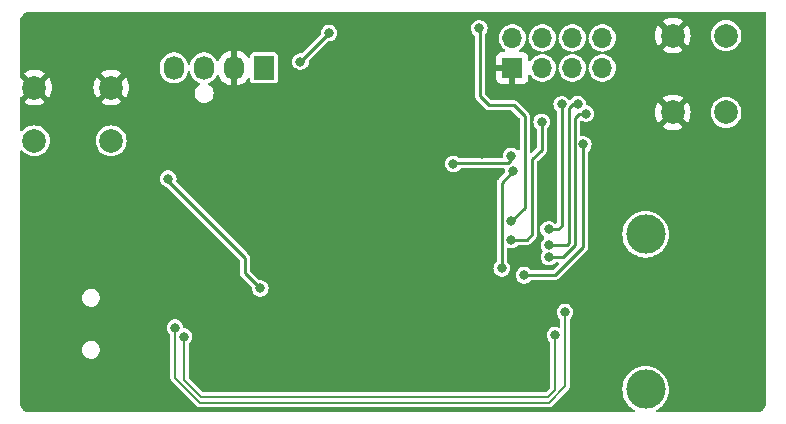
<source format=gbl>
%TF.GenerationSoftware,KiCad,Pcbnew,7.0.7*%
%TF.CreationDate,2023-10-24T16:51:49+02:00*%
%TF.ProjectId,Carte_Clavier,43617274-655f-4436-9c61-766965722e6b,rev?*%
%TF.SameCoordinates,Original*%
%TF.FileFunction,Copper,L2,Bot*%
%TF.FilePolarity,Positive*%
%FSLAX46Y46*%
G04 Gerber Fmt 4.6, Leading zero omitted, Abs format (unit mm)*
G04 Created by KiCad (PCBNEW 7.0.7) date 2023-10-24 16:51:49*
%MOMM*%
%LPD*%
G01*
G04 APERTURE LIST*
%TA.AperFunction,ComponentPad*%
%ADD10R,1.700000X1.700000*%
%TD*%
%TA.AperFunction,ComponentPad*%
%ADD11O,1.700000X1.700000*%
%TD*%
%TA.AperFunction,ComponentPad*%
%ADD12R,1.730000X2.030000*%
%TD*%
%TA.AperFunction,ComponentPad*%
%ADD13O,1.730000X2.030000*%
%TD*%
%TA.AperFunction,ComponentPad*%
%ADD14C,3.327400*%
%TD*%
%TA.AperFunction,ComponentPad*%
%ADD15C,2.000000*%
%TD*%
%TA.AperFunction,ViaPad*%
%ADD16C,0.600000*%
%TD*%
%TA.AperFunction,ViaPad*%
%ADD17C,0.800000*%
%TD*%
%TA.AperFunction,Conductor*%
%ADD18C,0.250000*%
%TD*%
%TA.AperFunction,Conductor*%
%ADD19C,0.200000*%
%TD*%
G04 APERTURE END LIST*
D10*
%TO.P,J3,1,Pin_1*%
%TO.N,GND*%
X169799000Y-83362800D03*
D11*
%TO.P,J3,2,Pin_2*%
%TO.N,+5V*%
X169799000Y-80822800D03*
%TO.P,J3,3,Pin_3*%
%TO.N,MOSI*%
X172339000Y-83362800D03*
%TO.P,J3,4,Pin_4*%
%TO.N,INT1*%
X172339000Y-80822800D03*
%TO.P,J3,5,Pin_5*%
%TO.N,MISO*%
X174879000Y-83362800D03*
%TO.P,J3,6,Pin_6*%
%TO.N,RESET*%
X174879000Y-80822800D03*
%TO.P,J3,7,Pin_7*%
%TO.N,SCK*%
X177419000Y-83362800D03*
%TO.P,J3,8,Pin_8*%
%TO.N,SS*%
X177419000Y-80822800D03*
%TD*%
D12*
%TO.P,J4,1,Pin_1*%
%TO.N,+5V*%
X148783200Y-83358000D03*
D13*
%TO.P,J4,2,Pin_2*%
%TO.N,GND*%
X146243200Y-83358000D03*
%TO.P,J4,3,Pin_3*%
%TO.N,RX*%
X143703200Y-83358000D03*
%TO.P,J4,4,Pin_4*%
%TO.N,TX*%
X141163200Y-83358000D03*
%TD*%
D14*
%TO.P,J1,SHLD1*%
%TO.N,N/C*%
X181086400Y-97447100D03*
%TO.P,J1,SHLD2*%
X181086400Y-110578900D03*
%TD*%
D15*
%TO.P,SW1,1,A*%
%TO.N,GND*%
X183398600Y-87120800D03*
X183398600Y-80620800D03*
%TO.P,SW1,2,B*%
%TO.N,RESET*%
X187898600Y-87120800D03*
X187898600Y-80620800D03*
%TD*%
%TO.P,SW2,1,A*%
%TO.N,GND*%
X129338000Y-85024400D03*
X135838000Y-85024400D03*
%TO.P,SW2,2,B*%
%TO.N,HWB*%
X129338000Y-89524400D03*
X135838000Y-89524400D03*
%TD*%
D16*
%TO.N,GND*%
X190000000Y-95800000D03*
X190000000Y-89800000D03*
X144700000Y-91000000D03*
X135300000Y-98100000D03*
X131300000Y-111600000D03*
X136700000Y-111700000D03*
X130700000Y-98300000D03*
X142800000Y-107700000D03*
X142600000Y-104300000D03*
X144800000Y-107900000D03*
X174700000Y-111700000D03*
X175700000Y-109000000D03*
X172400000Y-108500000D03*
X169900000Y-110500000D03*
X160900000Y-110400000D03*
X146000000Y-110500000D03*
X143400000Y-110000000D03*
X140200000Y-107400000D03*
X140500000Y-111300000D03*
X164700000Y-110300000D03*
X156600000Y-110400000D03*
X169000000Y-107800000D03*
X158100000Y-91500000D03*
X164000000Y-89300000D03*
X162100000Y-91200000D03*
X164900000Y-86700000D03*
X162800000Y-83300000D03*
X159200000Y-83600000D03*
X155900000Y-84500000D03*
X153600000Y-86700000D03*
X154400000Y-89800000D03*
X160300000Y-90700000D03*
X149860000Y-108585000D03*
X144780000Y-105410000D03*
D17*
X139141200Y-106019600D03*
X169037000Y-101904800D03*
X166979600Y-87477600D03*
X139141200Y-101244400D03*
X167259000Y-90652600D03*
%TO.N,Net-(U1-UCAP)*%
X175818800Y-89839800D03*
X170789600Y-100914200D03*
%TO.N,+5V*%
X169875200Y-92125800D03*
X154279600Y-80416400D03*
X151866600Y-82829400D03*
X168910000Y-100330000D03*
%TO.N,D-*%
X173405800Y-105994200D03*
X142011400Y-106121200D03*
%TO.N,D+*%
X174269400Y-104038400D03*
X141249400Y-105359200D03*
%TO.N,MOSI*%
X169722800Y-97917000D03*
X172288200Y-87934800D03*
%TO.N,INT1*%
X167005000Y-80010000D03*
X169697400Y-96336400D03*
%TO.N,MISO*%
X173976987Y-86442394D03*
X172872400Y-97028000D03*
%TO.N,RESET*%
X164820600Y-91478700D03*
X169697400Y-90805000D03*
%TO.N,SCK*%
X175336200Y-86436200D03*
X172897800Y-98374200D03*
%TO.N,SS*%
X172897800Y-99373703D03*
X176047400Y-87235700D03*
%TO.N,HWB*%
X148463000Y-102031800D03*
X140665200Y-92735400D03*
%TD*%
D18*
%TO.N,GND*%
X164706800Y-110300000D02*
X164668200Y-110261400D01*
X164700000Y-110300000D02*
X164706800Y-110300000D01*
X164700000Y-110293200D02*
X164700000Y-110300000D01*
D19*
%TO.N,D+*%
X174269400Y-104038400D02*
X174269400Y-110312200D01*
X172881600Y-111700000D02*
X143348400Y-111700000D01*
X174269400Y-110312200D02*
X172881600Y-111700000D01*
X143348400Y-111700000D02*
X141249400Y-109601000D01*
X141249400Y-109601000D02*
X141249400Y-105359200D01*
%TO.N,D-*%
X142011400Y-106121200D02*
X142011400Y-109778800D01*
X143432600Y-111200000D02*
X172797400Y-111200000D01*
X142011400Y-109778800D02*
X143432600Y-111200000D01*
X172797400Y-111200000D02*
X173405800Y-110591600D01*
X173405800Y-110591600D02*
X173405800Y-105994200D01*
D18*
%TO.N,INT1*%
X169951400Y-86537800D02*
X170840400Y-87426800D01*
X170840400Y-87426800D02*
X170840400Y-95193400D01*
X167055800Y-80060800D02*
X167055800Y-85725000D01*
X167005000Y-80010000D02*
X167055800Y-80060800D01*
X167055800Y-85725000D02*
X167868600Y-86537800D01*
X167868600Y-86537800D02*
X169951400Y-86537800D01*
X170840400Y-95193400D02*
X169697400Y-96336400D01*
%TO.N,Net-(U1-UCAP)*%
X175818800Y-89839800D02*
X175818800Y-98501200D01*
X175818800Y-98501200D02*
X173456600Y-100863400D01*
X173456600Y-100863400D02*
X170967400Y-100863400D01*
X170967400Y-100863400D02*
X170789600Y-100914200D01*
%TO.N,GND*%
X165887400Y-88569800D02*
X166979600Y-87477600D01*
X164668200Y-110261400D02*
X164617400Y-110261400D01*
X164617400Y-110210600D02*
X164700000Y-110293200D01*
X165887400Y-89560400D02*
X165887400Y-88798400D01*
X139141200Y-106019600D02*
X139141200Y-101244400D01*
X167259000Y-90678000D02*
X167208200Y-90627200D01*
X165887400Y-88798400D02*
X165887400Y-88569800D01*
X167259000Y-90652600D02*
X167259000Y-90678000D01*
X169037000Y-101904800D02*
X169062400Y-101930200D01*
X165887400Y-89560400D02*
X166141400Y-89560400D01*
X164617400Y-110261400D02*
X164617400Y-110210600D01*
X166979600Y-87477600D02*
X167030400Y-87426800D01*
X166141400Y-89560400D02*
X167233600Y-90652600D01*
X167233600Y-90652600D02*
X167259000Y-90652600D01*
%TO.N,Net-(U1-UCAP)*%
X170789600Y-100914200D02*
X170865800Y-100863400D01*
X170865800Y-100863400D02*
X170916600Y-100863400D01*
%TO.N,+5V*%
X154279600Y-80416400D02*
X151866600Y-82829400D01*
X168910000Y-100330000D02*
X168910000Y-100126800D01*
X168910000Y-93091000D02*
X169875200Y-92125800D01*
X168910000Y-99771200D02*
X168910000Y-100330000D01*
X168910000Y-99771200D02*
X168910000Y-93091000D01*
%TO.N,MOSI*%
X171475400Y-97459800D02*
X171018200Y-97917000D01*
X171018200Y-97917000D02*
X169722800Y-97917000D01*
X172288200Y-87934800D02*
X172288200Y-90297000D01*
X171475400Y-91109800D02*
X171475400Y-97459800D01*
X172288200Y-90297000D02*
X171475400Y-91109800D01*
%TO.N,INT1*%
X169703200Y-96342200D02*
X169697400Y-96336400D01*
%TO.N,MISO*%
X173659800Y-97028000D02*
X173976987Y-96710813D01*
X172872400Y-97028000D02*
X173659800Y-97028000D01*
X173976987Y-96710813D02*
X173976987Y-86442394D01*
%TO.N,RESET*%
X164859300Y-91440000D02*
X169443400Y-91440000D01*
X169697400Y-91186000D02*
X169697400Y-90805000D01*
X169443400Y-91440000D02*
X169697400Y-91186000D01*
X164820600Y-91478700D02*
X164859300Y-91440000D01*
%TO.N,SCK*%
X174625000Y-98171000D02*
X174625000Y-86766400D01*
X174625000Y-86766400D02*
X174955200Y-86436200D01*
X174421800Y-98374200D02*
X174625000Y-98171000D01*
X172897800Y-98374200D02*
X174421800Y-98374200D01*
X174955200Y-86436200D02*
X175336200Y-86436200D01*
%TO.N,SS*%
X175437800Y-87274400D02*
X176008700Y-87274400D01*
X172897800Y-99373703D02*
X174082697Y-99373703D01*
X175082200Y-98374200D02*
X175082200Y-87630000D01*
X175082200Y-87630000D02*
X175437800Y-87274400D01*
X176008700Y-87274400D02*
X176047400Y-87235700D01*
X174082697Y-99373703D02*
X175082200Y-98374200D01*
%TO.N,HWB*%
X147142200Y-100711000D02*
X147142200Y-99415600D01*
X147142200Y-99415600D02*
X140665200Y-92938600D01*
X148463000Y-102031800D02*
X147142200Y-100711000D01*
X140665200Y-92938600D02*
X140665200Y-92735400D01*
%TD*%
%TA.AperFunction,Conductor*%
%TO.N,GND*%
G36*
X191146980Y-78607883D02*
G01*
X191162278Y-78610926D01*
X191206933Y-78629411D01*
X191208085Y-78630180D01*
X191209555Y-78631162D01*
X191243817Y-78665414D01*
X191245572Y-78668040D01*
X191264073Y-78712717D01*
X191267117Y-78728021D01*
X191269500Y-78752209D01*
X191269500Y-111756951D01*
X191269201Y-111763032D01*
X191255911Y-111897967D01*
X191251169Y-111921807D01*
X191214469Y-112042790D01*
X191205166Y-112065248D01*
X191145573Y-112176738D01*
X191132069Y-112196949D01*
X191051867Y-112294677D01*
X191034677Y-112311867D01*
X190936949Y-112392069D01*
X190916738Y-112405573D01*
X190805248Y-112465166D01*
X190782790Y-112474469D01*
X190661807Y-112511169D01*
X190637967Y-112515911D01*
X190503032Y-112529201D01*
X190496951Y-112529500D01*
X182098466Y-112529500D01*
X182031427Y-112509815D01*
X181985672Y-112457011D01*
X181975728Y-112387853D01*
X182004753Y-112324297D01*
X182039039Y-112296668D01*
X182107893Y-112259069D01*
X182151039Y-112235511D01*
X182375963Y-112067135D01*
X182574635Y-111868463D01*
X182743011Y-111643539D01*
X182877663Y-111396942D01*
X182975850Y-111133693D01*
X183035573Y-110859149D01*
X183055617Y-110578900D01*
X183054696Y-110566029D01*
X183050990Y-110514209D01*
X183035573Y-110298651D01*
X183024721Y-110248767D01*
X182975851Y-110024111D01*
X182915351Y-109861905D01*
X182877663Y-109760858D01*
X182874321Y-109754738D01*
X182743014Y-109514266D01*
X182743009Y-109514258D01*
X182574641Y-109289344D01*
X182574625Y-109289326D01*
X182375973Y-109090674D01*
X182375955Y-109090658D01*
X182151041Y-108922290D01*
X182151033Y-108922285D01*
X181904447Y-108787639D01*
X181904443Y-108787637D01*
X181641188Y-108689448D01*
X181366654Y-108629727D01*
X181086401Y-108609683D01*
X181086399Y-108609683D01*
X180806145Y-108629727D01*
X180531611Y-108689448D01*
X180268356Y-108787637D01*
X180268352Y-108787639D01*
X180021766Y-108922285D01*
X180021758Y-108922290D01*
X179796844Y-109090658D01*
X179796826Y-109090674D01*
X179598174Y-109289326D01*
X179598158Y-109289344D01*
X179429790Y-109514258D01*
X179429785Y-109514266D01*
X179295139Y-109760852D01*
X179295137Y-109760856D01*
X179196948Y-110024111D01*
X179137227Y-110298645D01*
X179117183Y-110578898D01*
X179117183Y-110578901D01*
X179137227Y-110859154D01*
X179196948Y-111133688D01*
X179295137Y-111396943D01*
X179295139Y-111396947D01*
X179429785Y-111643533D01*
X179429790Y-111643541D01*
X179598158Y-111868455D01*
X179598174Y-111868473D01*
X179796826Y-112067125D01*
X179796844Y-112067141D01*
X180021758Y-112235509D01*
X180021766Y-112235514D01*
X180133761Y-112296668D01*
X180183166Y-112346073D01*
X180198018Y-112414346D01*
X180173601Y-112479810D01*
X180117668Y-112521682D01*
X180074334Y-112529500D01*
X128908049Y-112529500D01*
X128901968Y-112529201D01*
X128767033Y-112515911D01*
X128743192Y-112511169D01*
X128622209Y-112474469D01*
X128599751Y-112465166D01*
X128488261Y-112405573D01*
X128468050Y-112392069D01*
X128370322Y-112311867D01*
X128353132Y-112294677D01*
X128272930Y-112196949D01*
X128259426Y-112176738D01*
X128210736Y-112085646D01*
X128199832Y-112065245D01*
X128190530Y-112042790D01*
X128153828Y-111921801D01*
X128149089Y-111897973D01*
X128135799Y-111763031D01*
X128135500Y-111756951D01*
X128135500Y-107272933D01*
X133365868Y-107272933D01*
X133381258Y-107360210D01*
X133396335Y-107445711D01*
X133465823Y-107606804D01*
X133465824Y-107606806D01*
X133465826Y-107606809D01*
X133520478Y-107680218D01*
X133570590Y-107747530D01*
X133704986Y-107860302D01*
X133782688Y-107899325D01*
X133861762Y-107939038D01*
X133861763Y-107939038D01*
X133861767Y-107939040D01*
X134032479Y-107979500D01*
X134032482Y-107979500D01*
X134163901Y-107979500D01*
X134163909Y-107979500D01*
X134294455Y-107964241D01*
X134459317Y-107904237D01*
X134605896Y-107807830D01*
X134726292Y-107680218D01*
X134814012Y-107528281D01*
X134864330Y-107360210D01*
X134874531Y-107185065D01*
X134844065Y-107012289D01*
X134774577Y-106851196D01*
X134669810Y-106710470D01*
X134597947Y-106650170D01*
X134535414Y-106597698D01*
X134535412Y-106597697D01*
X134378637Y-106518961D01*
X134378633Y-106518960D01*
X134207921Y-106478500D01*
X134076491Y-106478500D01*
X133972054Y-106490707D01*
X133945943Y-106493759D01*
X133945940Y-106493760D01*
X133781084Y-106553762D01*
X133781080Y-106553764D01*
X133634506Y-106650167D01*
X133634505Y-106650168D01*
X133514110Y-106777778D01*
X133426388Y-106929718D01*
X133376070Y-107097789D01*
X133376069Y-107097794D01*
X133365868Y-107272933D01*
X128135500Y-107272933D01*
X128135500Y-105359200D01*
X140543755Y-105359200D01*
X140564259Y-105528069D01*
X140564260Y-105528074D01*
X140624582Y-105687131D01*
X140686875Y-105777377D01*
X140721217Y-105827129D01*
X140807128Y-105903240D01*
X140844253Y-105962426D01*
X140848900Y-105996053D01*
X140848900Y-109664429D01*
X140848901Y-109664439D01*
X140855746Y-109685507D01*
X140860287Y-109704418D01*
X140863754Y-109726304D01*
X140863755Y-109726307D01*
X140873812Y-109746045D01*
X140881257Y-109764018D01*
X140888104Y-109785090D01*
X140901126Y-109803014D01*
X140911290Y-109819600D01*
X140921350Y-109839342D01*
X140942264Y-109860256D01*
X140942293Y-109860287D01*
X142725541Y-111643533D01*
X143020350Y-111938342D01*
X143110058Y-112028050D01*
X143129795Y-112038106D01*
X143146381Y-112048269D01*
X143164310Y-112061296D01*
X143164312Y-112061296D01*
X143164313Y-112061297D01*
X143185374Y-112068140D01*
X143203353Y-112075586D01*
X143223096Y-112085646D01*
X143244985Y-112089112D01*
X143263901Y-112093653D01*
X143284967Y-112100499D01*
X143314324Y-112100499D01*
X143314348Y-112100500D01*
X143316881Y-112100500D01*
X172945031Y-112100500D01*
X172945033Y-112100500D01*
X172966101Y-112093654D01*
X172985017Y-112089112D01*
X173006904Y-112085646D01*
X173026644Y-112075586D01*
X173044611Y-112068144D01*
X173065690Y-112061296D01*
X173083626Y-112048263D01*
X173100188Y-112038114D01*
X173119942Y-112028050D01*
X173135434Y-112012557D01*
X173135441Y-112012552D01*
X174581952Y-110566041D01*
X174581957Y-110566034D01*
X174597450Y-110550542D01*
X174607509Y-110530798D01*
X174617672Y-110514215D01*
X174630697Y-110496289D01*
X174637544Y-110475214D01*
X174644989Y-110457240D01*
X174655046Y-110437504D01*
X174658511Y-110415621D01*
X174663054Y-110396702D01*
X174669899Y-110375635D01*
X174669900Y-110375633D01*
X174669900Y-110248767D01*
X174669900Y-110248766D01*
X174669899Y-104675253D01*
X174689585Y-104608214D01*
X174711668Y-104582442D01*
X174797583Y-104506329D01*
X174894218Y-104366330D01*
X174954540Y-104207272D01*
X174975045Y-104038400D01*
X174954540Y-103869528D01*
X174894218Y-103710470D01*
X174797583Y-103570471D01*
X174702716Y-103486426D01*
X174670249Y-103457663D01*
X174519626Y-103378610D01*
X174354456Y-103337900D01*
X174184344Y-103337900D01*
X174019173Y-103378610D01*
X173868550Y-103457663D01*
X173741216Y-103570472D01*
X173644582Y-103710468D01*
X173584260Y-103869525D01*
X173584259Y-103869530D01*
X173563755Y-104038400D01*
X173584259Y-104207269D01*
X173584260Y-104207274D01*
X173644582Y-104366331D01*
X173706875Y-104456577D01*
X173741217Y-104506329D01*
X173827128Y-104582440D01*
X173864253Y-104641626D01*
X173868900Y-104675253D01*
X173868900Y-105241014D01*
X173849215Y-105308053D01*
X173796411Y-105353808D01*
X173727253Y-105363752D01*
X173687275Y-105350811D01*
X173656025Y-105334409D01*
X173490856Y-105293700D01*
X173320744Y-105293700D01*
X173155573Y-105334410D01*
X173004950Y-105413463D01*
X172877616Y-105526272D01*
X172780982Y-105666268D01*
X172720660Y-105825325D01*
X172720659Y-105825330D01*
X172700155Y-105994200D01*
X172720659Y-106163069D01*
X172720660Y-106163074D01*
X172780982Y-106322131D01*
X172843275Y-106412377D01*
X172877617Y-106462129D01*
X172963528Y-106538240D01*
X173000653Y-106597426D01*
X173005300Y-106631053D01*
X173005300Y-110374345D01*
X172985615Y-110441384D01*
X172968981Y-110462026D01*
X172667826Y-110763181D01*
X172606503Y-110796666D01*
X172580145Y-110799500D01*
X143649854Y-110799500D01*
X143582815Y-110779815D01*
X143562173Y-110763181D01*
X142448219Y-109649226D01*
X142414734Y-109587903D01*
X142411900Y-109561545D01*
X142411900Y-106758053D01*
X142431585Y-106691014D01*
X142453668Y-106665242D01*
X142539583Y-106589129D01*
X142636218Y-106449130D01*
X142696540Y-106290072D01*
X142717045Y-106121200D01*
X142696540Y-105952328D01*
X142691909Y-105940118D01*
X142649058Y-105827127D01*
X142636218Y-105793270D01*
X142539583Y-105653271D01*
X142412252Y-105540466D01*
X142412249Y-105540463D01*
X142261626Y-105461410D01*
X142096456Y-105420700D01*
X142072367Y-105420700D01*
X142005328Y-105401015D01*
X141959573Y-105348211D01*
X141949271Y-105311647D01*
X141934540Y-105190330D01*
X141934539Y-105190325D01*
X141874217Y-105031268D01*
X141839876Y-104981518D01*
X141777583Y-104891271D01*
X141650252Y-104778466D01*
X141650249Y-104778463D01*
X141499626Y-104699410D01*
X141334456Y-104658700D01*
X141164344Y-104658700D01*
X140999173Y-104699410D01*
X140848550Y-104778463D01*
X140721216Y-104891272D01*
X140624582Y-105031268D01*
X140564260Y-105190325D01*
X140564259Y-105190330D01*
X140543755Y-105359200D01*
X128135500Y-105359200D01*
X128135500Y-102872933D01*
X133365868Y-102872933D01*
X133381258Y-102960210D01*
X133396335Y-103045711D01*
X133465823Y-103206804D01*
X133465824Y-103206806D01*
X133465826Y-103206809D01*
X133520478Y-103280218D01*
X133570590Y-103347530D01*
X133704986Y-103460302D01*
X133782688Y-103499325D01*
X133861762Y-103539038D01*
X133861763Y-103539038D01*
X133861767Y-103539040D01*
X134032479Y-103579500D01*
X134032482Y-103579500D01*
X134163901Y-103579500D01*
X134163909Y-103579500D01*
X134294455Y-103564241D01*
X134459317Y-103504237D01*
X134605896Y-103407830D01*
X134726292Y-103280218D01*
X134814012Y-103128281D01*
X134864330Y-102960210D01*
X134874531Y-102785065D01*
X134844065Y-102612289D01*
X134774577Y-102451196D01*
X134669810Y-102310470D01*
X134597947Y-102250170D01*
X134535414Y-102197698D01*
X134535412Y-102197697D01*
X134378637Y-102118961D01*
X134378633Y-102118960D01*
X134207921Y-102078500D01*
X134076491Y-102078500D01*
X133972054Y-102090707D01*
X133945943Y-102093759D01*
X133945940Y-102093760D01*
X133781084Y-102153762D01*
X133781080Y-102153764D01*
X133634506Y-102250167D01*
X133634505Y-102250168D01*
X133514110Y-102377778D01*
X133426388Y-102529718D01*
X133376070Y-102697789D01*
X133376069Y-102697794D01*
X133365868Y-102872933D01*
X128135500Y-102872933D01*
X128135500Y-92735400D01*
X139959555Y-92735400D01*
X139980059Y-92904269D01*
X139980060Y-92904274D01*
X140040382Y-93063331D01*
X140102675Y-93153577D01*
X140137017Y-93203329D01*
X140264348Y-93316134D01*
X140414975Y-93395190D01*
X140520845Y-93421283D01*
X140578851Y-93453999D01*
X146680381Y-99555529D01*
X146713866Y-99616852D01*
X146716700Y-99643210D01*
X146716700Y-100778394D01*
X146724162Y-100801358D01*
X146728703Y-100820273D01*
X146731670Y-100839010D01*
X146732481Y-100844127D01*
X146743443Y-100865641D01*
X146750888Y-100883615D01*
X146758350Y-100906580D01*
X146772540Y-100926110D01*
X146782708Y-100942703D01*
X146793670Y-100964218D01*
X147725911Y-101896459D01*
X147759396Y-101957782D01*
X147761326Y-101999083D01*
X147757355Y-102031795D01*
X147757355Y-102031799D01*
X147777859Y-102200669D01*
X147777860Y-102200674D01*
X147838182Y-102359731D01*
X147850642Y-102377782D01*
X147934817Y-102499729D01*
X148040505Y-102593360D01*
X148062150Y-102612536D01*
X148212773Y-102691589D01*
X148212775Y-102691590D01*
X148377944Y-102732300D01*
X148548056Y-102732300D01*
X148713225Y-102691590D01*
X148792692Y-102649881D01*
X148863849Y-102612536D01*
X148863850Y-102612534D01*
X148863852Y-102612534D01*
X148991183Y-102499729D01*
X149087818Y-102359730D01*
X149148140Y-102200672D01*
X149168645Y-102031800D01*
X149148140Y-101862928D01*
X149087818Y-101703870D01*
X148991183Y-101563871D01*
X148863852Y-101451066D01*
X148863849Y-101451063D01*
X148713226Y-101372010D01*
X148548056Y-101331300D01*
X148415610Y-101331300D01*
X148348571Y-101311615D01*
X148327929Y-101294981D01*
X147604019Y-100571071D01*
X147570534Y-100509748D01*
X147567700Y-100483390D01*
X147567700Y-99348208D01*
X147567699Y-99348204D01*
X147560239Y-99325245D01*
X147555695Y-99306321D01*
X147551919Y-99282474D01*
X147540953Y-99260954D01*
X147533508Y-99242978D01*
X147532008Y-99238362D01*
X147526049Y-99220019D01*
X147511849Y-99200475D01*
X147501693Y-99183900D01*
X147490728Y-99162380D01*
X147412859Y-99084511D01*
X147412858Y-99084509D01*
X141374661Y-93046313D01*
X141341176Y-92984990D01*
X141346160Y-92915298D01*
X141346401Y-92914659D01*
X141350339Y-92904274D01*
X141350340Y-92904272D01*
X141370845Y-92735400D01*
X141350340Y-92566528D01*
X141290018Y-92407470D01*
X141193383Y-92267471D01*
X141066052Y-92154666D01*
X141066049Y-92154663D01*
X140915426Y-92075610D01*
X140750256Y-92034900D01*
X140580144Y-92034900D01*
X140414973Y-92075610D01*
X140264350Y-92154663D01*
X140137016Y-92267472D01*
X140040382Y-92407468D01*
X139980060Y-92566525D01*
X139980059Y-92566530D01*
X139959555Y-92735400D01*
X128135500Y-92735400D01*
X128135500Y-91478699D01*
X164114955Y-91478699D01*
X164135459Y-91647569D01*
X164135460Y-91647574D01*
X164195782Y-91806631D01*
X164236417Y-91865500D01*
X164292417Y-91946629D01*
X164392055Y-92034900D01*
X164419750Y-92059436D01*
X164546196Y-92125800D01*
X164570375Y-92138490D01*
X164735544Y-92179200D01*
X164905656Y-92179200D01*
X165070825Y-92138490D01*
X165190632Y-92075610D01*
X165221449Y-92059436D01*
X165221450Y-92059434D01*
X165221452Y-92059434D01*
X165348783Y-91946629D01*
X165356426Y-91935555D01*
X165367814Y-91919059D01*
X165422097Y-91875069D01*
X165469863Y-91865500D01*
X169061194Y-91865500D01*
X169128233Y-91885185D01*
X169173988Y-91937989D01*
X169184290Y-92004447D01*
X169169555Y-92125800D01*
X169169555Y-92125803D01*
X169173526Y-92158515D01*
X169162064Y-92227438D01*
X169138111Y-92261139D01*
X168656780Y-92742472D01*
X168561471Y-92837780D01*
X168550510Y-92859293D01*
X168540346Y-92875878D01*
X168526152Y-92895414D01*
X168526151Y-92895417D01*
X168518688Y-92918385D01*
X168511243Y-92936358D01*
X168500280Y-92957873D01*
X168496503Y-92981722D01*
X168491962Y-93000639D01*
X168484500Y-93023604D01*
X168484500Y-99715294D01*
X168464815Y-99782333D01*
X168442727Y-99808109D01*
X168381818Y-99862069D01*
X168285182Y-100002068D01*
X168224860Y-100161125D01*
X168224859Y-100161130D01*
X168213533Y-100254410D01*
X168204355Y-100330000D01*
X168204776Y-100333464D01*
X168224859Y-100498869D01*
X168224860Y-100498874D01*
X168285182Y-100657931D01*
X168345507Y-100745325D01*
X168381817Y-100797929D01*
X168468063Y-100874336D01*
X168509150Y-100910736D01*
X168656732Y-100988193D01*
X168659775Y-100989790D01*
X168824944Y-101030500D01*
X168995056Y-101030500D01*
X169160225Y-100989790D01*
X169281556Y-100926110D01*
X169304249Y-100914200D01*
X170083955Y-100914200D01*
X170104459Y-101083069D01*
X170104460Y-101083074D01*
X170164782Y-101242131D01*
X170203670Y-101298469D01*
X170261417Y-101382129D01*
X170339228Y-101451063D01*
X170388750Y-101494936D01*
X170520095Y-101563871D01*
X170539375Y-101573990D01*
X170704544Y-101614700D01*
X170874656Y-101614700D01*
X171039825Y-101573990D01*
X171119292Y-101532281D01*
X171190449Y-101494936D01*
X171190450Y-101494934D01*
X171190452Y-101494934D01*
X171317783Y-101382129D01*
X171345164Y-101342459D01*
X171399449Y-101298469D01*
X171447215Y-101288900D01*
X173523992Y-101288900D01*
X173523993Y-101288900D01*
X173546960Y-101281436D01*
X173565876Y-101276895D01*
X173589726Y-101273119D01*
X173611236Y-101262157D01*
X173629214Y-101254710D01*
X173652181Y-101247249D01*
X173671718Y-101233053D01*
X173688306Y-101222888D01*
X173709820Y-101211928D01*
X173805128Y-101116620D01*
X173805128Y-101116619D01*
X176143353Y-98778395D01*
X176171031Y-98750717D01*
X176174573Y-98740200D01*
X176178295Y-98732895D01*
X176188447Y-98716326D01*
X176202649Y-98696781D01*
X176210109Y-98673816D01*
X176217559Y-98655834D01*
X176228518Y-98634328D01*
X176228518Y-98634327D01*
X176228519Y-98634326D01*
X176232295Y-98610476D01*
X176236836Y-98591560D01*
X176244300Y-98568593D01*
X176244300Y-98433807D01*
X176244300Y-97447101D01*
X179117183Y-97447101D01*
X179137227Y-97727354D01*
X179196948Y-98001888D01*
X179295137Y-98265143D01*
X179295139Y-98265147D01*
X179429785Y-98511733D01*
X179429790Y-98511741D01*
X179598158Y-98736655D01*
X179598174Y-98736673D01*
X179796826Y-98935325D01*
X179796844Y-98935341D01*
X180021758Y-99103709D01*
X180021766Y-99103714D01*
X180268352Y-99238360D01*
X180268356Y-99238362D01*
X180268358Y-99238363D01*
X180531607Y-99336550D01*
X180531610Y-99336550D01*
X180531611Y-99336551D01*
X180806145Y-99396272D01*
X180806147Y-99396272D01*
X180806151Y-99396273D01*
X181055196Y-99414085D01*
X181086399Y-99416317D01*
X181086400Y-99416317D01*
X181086401Y-99416317D01*
X181114477Y-99414308D01*
X181366649Y-99396273D01*
X181431747Y-99382112D01*
X181503921Y-99366411D01*
X181641193Y-99336550D01*
X181904442Y-99238363D01*
X182151039Y-99103711D01*
X182375963Y-98935335D01*
X182574635Y-98736663D01*
X182743011Y-98511739D01*
X182877663Y-98265142D01*
X182975850Y-98001893D01*
X183035573Y-97727349D01*
X183055120Y-97454045D01*
X183055617Y-97447101D01*
X183055617Y-97447098D01*
X183045041Y-97299228D01*
X183035573Y-97166851D01*
X183031165Y-97146589D01*
X182975851Y-96892311D01*
X182963475Y-96859130D01*
X182877663Y-96629058D01*
X182863161Y-96602500D01*
X182743014Y-96382466D01*
X182743009Y-96382458D01*
X182574641Y-96157544D01*
X182574625Y-96157526D01*
X182375973Y-95958874D01*
X182375955Y-95958858D01*
X182151041Y-95790490D01*
X182151033Y-95790485D01*
X181904447Y-95655839D01*
X181904443Y-95655837D01*
X181641188Y-95557648D01*
X181366654Y-95497927D01*
X181086401Y-95477883D01*
X181086399Y-95477883D01*
X180806145Y-95497927D01*
X180531611Y-95557648D01*
X180268356Y-95655837D01*
X180268352Y-95655839D01*
X180021766Y-95790485D01*
X180021758Y-95790490D01*
X179796844Y-95958858D01*
X179796826Y-95958874D01*
X179598174Y-96157526D01*
X179598158Y-96157544D01*
X179429790Y-96382458D01*
X179429785Y-96382466D01*
X179295139Y-96629052D01*
X179295137Y-96629056D01*
X179196948Y-96892311D01*
X179137227Y-97166845D01*
X179117183Y-97447098D01*
X179117183Y-97447101D01*
X176244300Y-97447101D01*
X176244300Y-90454504D01*
X176263985Y-90387466D01*
X176286074Y-90361689D01*
X176346982Y-90307730D01*
X176404594Y-90224266D01*
X176443618Y-90167730D01*
X176503940Y-90008672D01*
X176524445Y-89839800D01*
X176503940Y-89670928D01*
X176443618Y-89511870D01*
X176346983Y-89371871D01*
X176219652Y-89259066D01*
X176219649Y-89259063D01*
X176069026Y-89180010D01*
X175903856Y-89139300D01*
X175733744Y-89139300D01*
X175733742Y-89139300D01*
X175661374Y-89157137D01*
X175591572Y-89154068D01*
X175534510Y-89113748D01*
X175508305Y-89048978D01*
X175507700Y-89036740D01*
X175507700Y-87948682D01*
X175527385Y-87881643D01*
X175580189Y-87835888D01*
X175649347Y-87825944D01*
X175689326Y-87838886D01*
X175797175Y-87895490D01*
X175962344Y-87936200D01*
X176132456Y-87936200D01*
X176297625Y-87895490D01*
X176405474Y-87838886D01*
X176448249Y-87816436D01*
X176448250Y-87816434D01*
X176448252Y-87816434D01*
X176575583Y-87703629D01*
X176672218Y-87563630D01*
X176732540Y-87404572D01*
X176753045Y-87235700D01*
X176739094Y-87120805D01*
X181893459Y-87120805D01*
X181913985Y-87368529D01*
X181913987Y-87368538D01*
X181975012Y-87609517D01*
X182074866Y-87837164D01*
X182175164Y-87990682D01*
X182750082Y-87415764D01*
X182811405Y-87382279D01*
X182881096Y-87387263D01*
X182937030Y-87429134D01*
X182940114Y-87434049D01*
X182940149Y-87434025D01*
X182945041Y-87440956D01*
X183048237Y-87551451D01*
X183048238Y-87551452D01*
X183083298Y-87572773D01*
X183130349Y-87624423D01*
X183142007Y-87693313D01*
X183114570Y-87757570D01*
X183106550Y-87766401D01*
X182528542Y-88344409D01*
X182575368Y-88380855D01*
X182575370Y-88380856D01*
X182793985Y-88499164D01*
X182793996Y-88499169D01*
X183029106Y-88579883D01*
X183274307Y-88620800D01*
X183522893Y-88620800D01*
X183768093Y-88579883D01*
X184003203Y-88499169D01*
X184003214Y-88499164D01*
X184221828Y-88380857D01*
X184221831Y-88380855D01*
X184268656Y-88344409D01*
X183691765Y-87767518D01*
X183658280Y-87706195D01*
X183663264Y-87636503D01*
X183701188Y-87583653D01*
X183804339Y-87499734D01*
X183854652Y-87428455D01*
X183909393Y-87385039D01*
X183978918Y-87378110D01*
X184041153Y-87409868D01*
X184043637Y-87412284D01*
X184622034Y-87990682D01*
X184722331Y-87837169D01*
X184822187Y-87609517D01*
X184883212Y-87368538D01*
X184883214Y-87368529D01*
X184903741Y-87120805D01*
X184903741Y-87120801D01*
X186593132Y-87120801D01*
X186612964Y-87347486D01*
X186612966Y-87347497D01*
X186671858Y-87567288D01*
X186671861Y-87567297D01*
X186768031Y-87773532D01*
X186768032Y-87773534D01*
X186898554Y-87959941D01*
X187059458Y-88120845D01*
X187059461Y-88120847D01*
X187245866Y-88251368D01*
X187452104Y-88347539D01*
X187671908Y-88406435D01*
X187833830Y-88420601D01*
X187898598Y-88426268D01*
X187898600Y-88426268D01*
X187898602Y-88426268D01*
X187955272Y-88421309D01*
X188125292Y-88406435D01*
X188345096Y-88347539D01*
X188551334Y-88251368D01*
X188737739Y-88120847D01*
X188898647Y-87959939D01*
X189029168Y-87773534D01*
X189125339Y-87567296D01*
X189184235Y-87347492D01*
X189204068Y-87120800D01*
X189204067Y-87120794D01*
X189192011Y-86982985D01*
X189184235Y-86894108D01*
X189125339Y-86674304D01*
X189029168Y-86468066D01*
X188898647Y-86281661D01*
X188898645Y-86281658D01*
X188737741Y-86120754D01*
X188551334Y-85990232D01*
X188551332Y-85990231D01*
X188345097Y-85894061D01*
X188345088Y-85894058D01*
X188125297Y-85835166D01*
X188125293Y-85835165D01*
X188125292Y-85835165D01*
X188125291Y-85835164D01*
X188125286Y-85835164D01*
X187898602Y-85815332D01*
X187898598Y-85815332D01*
X187671913Y-85835164D01*
X187671902Y-85835166D01*
X187452111Y-85894058D01*
X187452102Y-85894061D01*
X187245867Y-85990231D01*
X187245865Y-85990232D01*
X187059458Y-86120754D01*
X186898554Y-86281658D01*
X186768032Y-86468065D01*
X186768031Y-86468067D01*
X186671861Y-86674302D01*
X186671858Y-86674311D01*
X186612966Y-86894102D01*
X186612964Y-86894113D01*
X186593132Y-87120798D01*
X186593132Y-87120801D01*
X184903741Y-87120801D01*
X184903741Y-87120794D01*
X184883214Y-86873070D01*
X184883212Y-86873061D01*
X184822187Y-86632082D01*
X184722331Y-86404430D01*
X184622034Y-86250916D01*
X184047117Y-86825834D01*
X183985794Y-86859319D01*
X183916102Y-86854335D01*
X183860169Y-86812463D01*
X183857086Y-86807550D01*
X183857051Y-86807575D01*
X183852158Y-86800643D01*
X183797261Y-86741864D01*
X183748962Y-86690148D01*
X183722908Y-86674304D01*
X183713900Y-86668826D01*
X183666848Y-86617174D01*
X183655191Y-86548284D01*
X183682629Y-86484027D01*
X183690648Y-86475197D01*
X184268656Y-85897189D01*
X184221829Y-85860743D01*
X184003214Y-85742435D01*
X184003203Y-85742430D01*
X183768093Y-85661716D01*
X183522893Y-85620800D01*
X183274307Y-85620800D01*
X183029106Y-85661716D01*
X182793996Y-85742430D01*
X182793990Y-85742432D01*
X182575361Y-85860749D01*
X182528542Y-85897188D01*
X182528542Y-85897190D01*
X183105433Y-86474080D01*
X183138918Y-86535403D01*
X183133934Y-86605094D01*
X183096008Y-86657948D01*
X182992862Y-86741864D01*
X182992858Y-86741869D01*
X182942547Y-86813143D01*
X182887804Y-86856560D01*
X182818279Y-86863489D01*
X182756044Y-86831730D01*
X182753562Y-86829315D01*
X182175164Y-86250916D01*
X182074867Y-86404432D01*
X181975012Y-86632082D01*
X181913987Y-86873061D01*
X181913985Y-86873070D01*
X181893459Y-87120794D01*
X181893459Y-87120805D01*
X176739094Y-87120805D01*
X176732540Y-87066828D01*
X176672218Y-86907770D01*
X176671999Y-86907453D01*
X176603058Y-86807575D01*
X176575583Y-86767771D01*
X176448252Y-86654966D01*
X176448249Y-86654963D01*
X176297626Y-86575910D01*
X176134545Y-86535715D01*
X176074165Y-86500559D01*
X176042376Y-86438340D01*
X176041124Y-86430264D01*
X176021340Y-86267328D01*
X175961018Y-86108270D01*
X175951544Y-86094545D01*
X175900270Y-86020262D01*
X175864383Y-85968271D01*
X175750662Y-85867523D01*
X175737049Y-85855463D01*
X175586426Y-85776410D01*
X175421256Y-85735700D01*
X175251144Y-85735700D01*
X175085973Y-85776410D01*
X174935350Y-85855463D01*
X174808017Y-85968270D01*
X174808017Y-85968271D01*
X174756504Y-86042898D01*
X174702220Y-86086887D01*
X174632771Y-86094545D01*
X174570207Y-86063441D01*
X174552406Y-86042898D01*
X174505170Y-85974465D01*
X174407950Y-85888336D01*
X174377836Y-85861657D01*
X174227213Y-85782604D01*
X174062043Y-85741894D01*
X173891931Y-85741894D01*
X173726760Y-85782604D01*
X173576137Y-85861657D01*
X173504968Y-85924708D01*
X173455795Y-85968272D01*
X173448803Y-85974466D01*
X173352169Y-86114462D01*
X173291847Y-86273519D01*
X173291846Y-86273524D01*
X173271342Y-86442394D01*
X173291846Y-86611263D01*
X173291847Y-86611268D01*
X173352169Y-86770325D01*
X173381725Y-86813143D01*
X173447040Y-86907768D01*
X173448805Y-86910324D01*
X173509713Y-86964284D01*
X173546840Y-87023473D01*
X173551486Y-87057099D01*
X173551486Y-96418242D01*
X173531801Y-96485281D01*
X173478997Y-96531036D01*
X173409839Y-96540980D01*
X173346283Y-96511955D01*
X173345260Y-96511058D01*
X173273252Y-96447266D01*
X173273250Y-96447264D01*
X173122626Y-96368210D01*
X172957456Y-96327500D01*
X172787344Y-96327500D01*
X172622173Y-96368210D01*
X172471550Y-96447263D01*
X172344216Y-96560072D01*
X172247582Y-96700068D01*
X172187260Y-96859125D01*
X172187259Y-96859130D01*
X172166755Y-97028000D01*
X172187259Y-97196869D01*
X172187260Y-97196874D01*
X172247582Y-97355931D01*
X172286180Y-97411849D01*
X172344217Y-97495929D01*
X172471548Y-97608734D01*
X172471555Y-97608738D01*
X172472766Y-97609574D01*
X172473451Y-97610419D01*
X172477162Y-97613707D01*
X172476615Y-97614323D01*
X172516759Y-97663856D01*
X172524421Y-97733304D01*
X172493320Y-97795870D01*
X172484557Y-97804442D01*
X172369618Y-97906269D01*
X172272982Y-98046268D01*
X172212660Y-98205325D01*
X172212659Y-98205330D01*
X172192155Y-98374199D01*
X172212659Y-98543069D01*
X172212660Y-98543074D01*
X172262246Y-98673821D01*
X172272982Y-98702130D01*
X172342961Y-98803512D01*
X172364844Y-98869865D01*
X172347379Y-98937517D01*
X172342961Y-98944391D01*
X172272983Y-99045771D01*
X172272982Y-99045771D01*
X172212660Y-99204828D01*
X172212659Y-99204833D01*
X172192155Y-99373703D01*
X172212659Y-99542572D01*
X172212660Y-99542577D01*
X172272982Y-99701634D01*
X172335275Y-99791880D01*
X172369617Y-99841632D01*
X172475305Y-99935263D01*
X172496950Y-99954439D01*
X172647573Y-100033492D01*
X172647575Y-100033493D01*
X172812744Y-100074203D01*
X172982856Y-100074203D01*
X173148025Y-100033493D01*
X173227492Y-99991784D01*
X173298649Y-99954439D01*
X173298650Y-99954437D01*
X173298652Y-99954437D01*
X173425983Y-99841632D01*
X173425985Y-99841628D01*
X173426567Y-99840973D01*
X173427112Y-99840630D01*
X173431597Y-99836658D01*
X173432257Y-99837403D01*
X173485758Y-99803848D01*
X173519380Y-99799203D01*
X173619687Y-99799203D01*
X173686726Y-99818888D01*
X173732481Y-99871692D01*
X173742425Y-99940850D01*
X173713400Y-100004406D01*
X173707368Y-100010884D01*
X173316671Y-100401581D01*
X173255348Y-100435066D01*
X173228990Y-100437900D01*
X171355360Y-100437900D01*
X171288321Y-100418215D01*
X171273133Y-100406715D01*
X171190452Y-100333466D01*
X171190450Y-100333464D01*
X171039826Y-100254410D01*
X170874656Y-100213700D01*
X170704544Y-100213700D01*
X170539373Y-100254410D01*
X170388750Y-100333463D01*
X170261416Y-100446272D01*
X170164782Y-100586268D01*
X170104460Y-100745325D01*
X170104459Y-100745330D01*
X170083955Y-100914200D01*
X169304249Y-100914200D01*
X169310849Y-100910736D01*
X169310850Y-100910734D01*
X169310852Y-100910734D01*
X169438183Y-100797929D01*
X169534818Y-100657930D01*
X169595140Y-100498872D01*
X169615645Y-100330000D01*
X169595140Y-100161128D01*
X169534818Y-100002070D01*
X169501940Y-99954439D01*
X169492561Y-99940850D01*
X169438183Y-99862071D01*
X169415109Y-99841629D01*
X169377273Y-99808109D01*
X169340146Y-99748920D01*
X169335500Y-99715294D01*
X169335500Y-98701278D01*
X169355185Y-98634239D01*
X169407989Y-98588484D01*
X169477147Y-98578540D01*
X169489165Y-98580879D01*
X169637744Y-98617500D01*
X169807856Y-98617500D01*
X169973025Y-98576790D01*
X170052492Y-98535081D01*
X170123649Y-98497736D01*
X170123650Y-98497734D01*
X170123652Y-98497734D01*
X170250983Y-98384929D01*
X170250985Y-98384925D01*
X170251567Y-98384270D01*
X170252112Y-98383927D01*
X170256597Y-98379955D01*
X170257257Y-98380700D01*
X170310758Y-98347145D01*
X170344380Y-98342500D01*
X171085592Y-98342500D01*
X171085593Y-98342500D01*
X171108560Y-98335036D01*
X171127476Y-98330495D01*
X171151326Y-98326719D01*
X171172836Y-98315757D01*
X171190814Y-98308310D01*
X171213781Y-98300849D01*
X171233318Y-98286653D01*
X171249906Y-98276488D01*
X171271420Y-98265528D01*
X171366728Y-98170220D01*
X171366728Y-98170219D01*
X171799953Y-97736995D01*
X171799952Y-97736995D01*
X171823928Y-97713020D01*
X171823930Y-97713015D01*
X171827631Y-97709315D01*
X171831173Y-97698800D01*
X171834895Y-97691495D01*
X171845047Y-97674926D01*
X171859249Y-97655381D01*
X171866709Y-97632416D01*
X171874159Y-97614434D01*
X171874530Y-97613707D01*
X171885119Y-97592926D01*
X171888895Y-97569076D01*
X171893436Y-97550160D01*
X171900900Y-97527193D01*
X171900900Y-97392407D01*
X171900900Y-97392406D01*
X171900900Y-91337409D01*
X171920585Y-91270371D01*
X171937219Y-91249729D01*
X172640432Y-90546516D01*
X172643976Y-90535994D01*
X172647695Y-90528694D01*
X172657850Y-90512125D01*
X172672050Y-90492581D01*
X172679511Y-90469614D01*
X172686960Y-90451633D01*
X172697918Y-90430129D01*
X172697918Y-90430128D01*
X172697918Y-90430127D01*
X172697919Y-90430126D01*
X172701696Y-90406273D01*
X172706235Y-90387366D01*
X172713700Y-90364393D01*
X172713700Y-90229607D01*
X172713700Y-88549505D01*
X172733385Y-88482466D01*
X172755474Y-88456689D01*
X172816382Y-88402730D01*
X172831482Y-88380855D01*
X172913018Y-88262730D01*
X172973340Y-88103672D01*
X172993845Y-87934800D01*
X172973340Y-87765928D01*
X172913018Y-87606870D01*
X172816383Y-87466871D01*
X172705388Y-87368538D01*
X172689049Y-87354063D01*
X172538426Y-87275010D01*
X172373256Y-87234300D01*
X172203144Y-87234300D01*
X172037973Y-87275010D01*
X171887350Y-87354063D01*
X171760016Y-87466872D01*
X171663382Y-87606868D01*
X171603060Y-87765925D01*
X171603059Y-87765930D01*
X171582555Y-87934799D01*
X171603059Y-88103669D01*
X171603060Y-88103674D01*
X171663382Y-88262731D01*
X171760017Y-88402730D01*
X171820926Y-88456689D01*
X171858053Y-88515878D01*
X171862700Y-88549505D01*
X171862699Y-90069390D01*
X171843014Y-90136430D01*
X171826380Y-90157071D01*
X171477581Y-90505871D01*
X171416258Y-90539356D01*
X171346567Y-90534372D01*
X171290633Y-90492501D01*
X171266216Y-90427036D01*
X171265900Y-90418190D01*
X171265900Y-87359408D01*
X171265899Y-87359404D01*
X171258439Y-87336445D01*
X171253895Y-87317521D01*
X171250119Y-87293674D01*
X171239153Y-87272154D01*
X171231708Y-87254178D01*
X171224249Y-87231220D01*
X171224249Y-87231219D01*
X171210051Y-87211678D01*
X171199892Y-87195099D01*
X171188928Y-87173580D01*
X171093620Y-87078272D01*
X170228594Y-86213246D01*
X170228593Y-86213245D01*
X170204620Y-86189272D01*
X170204618Y-86189270D01*
X170183103Y-86178308D01*
X170166510Y-86168140D01*
X170146980Y-86153950D01*
X170124015Y-86146488D01*
X170106041Y-86139043D01*
X170084527Y-86128081D01*
X170079410Y-86127270D01*
X170060673Y-86124303D01*
X170041758Y-86119762D01*
X170018794Y-86112300D01*
X170018793Y-86112300D01*
X169984888Y-86112300D01*
X168096210Y-86112300D01*
X168029171Y-86092615D01*
X168008529Y-86075981D01*
X167517619Y-85585071D01*
X167484134Y-85523748D01*
X167481300Y-85497390D01*
X167481300Y-84260644D01*
X168449000Y-84260644D01*
X168455401Y-84320172D01*
X168455403Y-84320179D01*
X168505645Y-84454886D01*
X168505649Y-84454893D01*
X168591809Y-84569987D01*
X168591812Y-84569990D01*
X168706906Y-84656150D01*
X168706913Y-84656154D01*
X168841620Y-84706396D01*
X168841627Y-84706398D01*
X168901155Y-84712799D01*
X168901172Y-84712800D01*
X169549000Y-84712800D01*
X169549000Y-83975101D01*
X169568685Y-83908062D01*
X169621489Y-83862307D01*
X169690647Y-83852363D01*
X169763237Y-83862800D01*
X169763238Y-83862800D01*
X169834762Y-83862800D01*
X169834763Y-83862800D01*
X169907353Y-83852363D01*
X169976512Y-83862307D01*
X170029315Y-83908062D01*
X170049000Y-83975101D01*
X170049000Y-84712800D01*
X170696828Y-84712800D01*
X170696844Y-84712799D01*
X170756372Y-84706398D01*
X170756379Y-84706396D01*
X170891086Y-84656154D01*
X170891093Y-84656150D01*
X171006187Y-84569990D01*
X171006190Y-84569987D01*
X171092350Y-84454893D01*
X171092354Y-84454886D01*
X171142596Y-84320179D01*
X171142598Y-84320172D01*
X171148999Y-84260644D01*
X171149000Y-84260627D01*
X171149000Y-84066068D01*
X171168685Y-83999029D01*
X171221489Y-83953274D01*
X171290647Y-83943330D01*
X171354203Y-83972355D01*
X171371950Y-83991337D01*
X171485128Y-84141207D01*
X171642698Y-84284852D01*
X171823981Y-84397098D01*
X172022802Y-84474121D01*
X172232390Y-84513300D01*
X172232392Y-84513300D01*
X172445608Y-84513300D01*
X172445610Y-84513300D01*
X172655198Y-84474121D01*
X172854019Y-84397098D01*
X173035302Y-84284852D01*
X173192872Y-84141207D01*
X173321366Y-83971055D01*
X173341395Y-83930831D01*
X173416403Y-83780194D01*
X173416403Y-83780193D01*
X173416405Y-83780189D01*
X173474756Y-83575110D01*
X173485529Y-83458847D01*
X173511315Y-83393911D01*
X173553624Y-83363603D01*
X173662129Y-83363603D01*
X173698503Y-83384468D01*
X173730693Y-83446481D01*
X173732471Y-83458848D01*
X173743244Y-83575110D01*
X173801596Y-83780192D01*
X173801596Y-83780194D01*
X173896632Y-83971053D01*
X173933335Y-84019655D01*
X174025128Y-84141207D01*
X174182698Y-84284852D01*
X174363981Y-84397098D01*
X174562802Y-84474121D01*
X174772390Y-84513300D01*
X174772392Y-84513300D01*
X174985608Y-84513300D01*
X174985610Y-84513300D01*
X175195198Y-84474121D01*
X175394019Y-84397098D01*
X175575302Y-84284852D01*
X175732872Y-84141207D01*
X175861366Y-83971055D01*
X175881395Y-83930831D01*
X175956403Y-83780194D01*
X175956403Y-83780193D01*
X175956405Y-83780189D01*
X176014756Y-83575110D01*
X176025529Y-83458847D01*
X176051315Y-83393911D01*
X176093622Y-83363604D01*
X176202130Y-83363604D01*
X176238503Y-83384468D01*
X176270693Y-83446481D01*
X176272471Y-83458848D01*
X176283244Y-83575110D01*
X176341596Y-83780192D01*
X176341596Y-83780194D01*
X176436632Y-83971053D01*
X176473335Y-84019655D01*
X176565128Y-84141207D01*
X176722698Y-84284852D01*
X176903981Y-84397098D01*
X177102802Y-84474121D01*
X177312390Y-84513300D01*
X177312392Y-84513300D01*
X177525608Y-84513300D01*
X177525610Y-84513300D01*
X177735198Y-84474121D01*
X177934019Y-84397098D01*
X178115302Y-84284852D01*
X178272872Y-84141207D01*
X178401366Y-83971055D01*
X178421395Y-83930831D01*
X178496403Y-83780194D01*
X178496403Y-83780193D01*
X178496405Y-83780189D01*
X178554756Y-83575110D01*
X178574429Y-83362800D01*
X178554756Y-83150490D01*
X178496405Y-82945411D01*
X178496403Y-82945406D01*
X178496403Y-82945405D01*
X178401367Y-82754546D01*
X178272872Y-82584393D01*
X178272872Y-82584392D01*
X178115302Y-82440748D01*
X177934019Y-82328502D01*
X177934017Y-82328501D01*
X177793141Y-82273926D01*
X177735198Y-82251479D01*
X177538385Y-82214688D01*
X177476106Y-82183021D01*
X177440833Y-82122708D01*
X177443767Y-82052900D01*
X177483976Y-81995760D01*
X177538384Y-81970911D01*
X177735198Y-81934121D01*
X177934019Y-81857098D01*
X178115302Y-81744852D01*
X178272872Y-81601207D01*
X178401366Y-81431055D01*
X178448118Y-81337164D01*
X178496403Y-81240194D01*
X178496403Y-81240193D01*
X178496405Y-81240189D01*
X178554756Y-81035110D01*
X178574429Y-80822800D01*
X178555712Y-80620805D01*
X181893459Y-80620805D01*
X181913985Y-80868529D01*
X181913987Y-80868538D01*
X181975012Y-81109517D01*
X182074866Y-81337164D01*
X182175164Y-81490682D01*
X182750082Y-80915764D01*
X182811405Y-80882279D01*
X182881096Y-80887263D01*
X182937030Y-80929134D01*
X182940114Y-80934049D01*
X182940149Y-80934025D01*
X182945041Y-80940956D01*
X183048237Y-81051451D01*
X183048238Y-81051452D01*
X183083298Y-81072773D01*
X183130349Y-81124423D01*
X183142007Y-81193313D01*
X183114570Y-81257570D01*
X183106550Y-81266401D01*
X182528542Y-81844409D01*
X182575368Y-81880855D01*
X182575370Y-81880856D01*
X182793985Y-81999164D01*
X182793996Y-81999169D01*
X183029106Y-82079883D01*
X183274307Y-82120800D01*
X183522893Y-82120800D01*
X183768093Y-82079883D01*
X184003203Y-81999169D01*
X184003214Y-81999164D01*
X184221828Y-81880857D01*
X184221831Y-81880855D01*
X184268656Y-81844409D01*
X183691765Y-81267518D01*
X183658280Y-81206195D01*
X183663264Y-81136503D01*
X183701188Y-81083653D01*
X183804339Y-80999734D01*
X183854652Y-80928455D01*
X183909393Y-80885039D01*
X183978918Y-80878110D01*
X184041153Y-80909868D01*
X184043637Y-80912284D01*
X184622034Y-81490682D01*
X184722331Y-81337169D01*
X184822187Y-81109517D01*
X184883212Y-80868538D01*
X184883214Y-80868529D01*
X184903741Y-80620805D01*
X184903741Y-80620801D01*
X186593132Y-80620801D01*
X186612964Y-80847486D01*
X186612966Y-80847497D01*
X186671858Y-81067288D01*
X186671861Y-81067297D01*
X186768031Y-81273532D01*
X186768032Y-81273534D01*
X186898554Y-81459941D01*
X187059458Y-81620845D01*
X187059461Y-81620847D01*
X187245866Y-81751368D01*
X187452104Y-81847539D01*
X187671908Y-81906435D01*
X187833830Y-81920601D01*
X187898598Y-81926268D01*
X187898600Y-81926268D01*
X187898602Y-81926268D01*
X187955272Y-81921309D01*
X188125292Y-81906435D01*
X188345096Y-81847539D01*
X188551334Y-81751368D01*
X188737739Y-81620847D01*
X188898647Y-81459939D01*
X189029168Y-81273534D01*
X189125339Y-81067296D01*
X189184235Y-80847492D01*
X189204068Y-80620800D01*
X189204067Y-80620794D01*
X189189047Y-80449115D01*
X189184235Y-80394108D01*
X189136122Y-80214546D01*
X189125341Y-80174311D01*
X189125338Y-80174302D01*
X189029168Y-79968066D01*
X188898647Y-79781661D01*
X188898645Y-79781658D01*
X188737741Y-79620754D01*
X188551334Y-79490232D01*
X188551332Y-79490231D01*
X188345097Y-79394061D01*
X188345088Y-79394058D01*
X188125297Y-79335166D01*
X188125293Y-79335165D01*
X188125292Y-79335165D01*
X188125291Y-79335164D01*
X188125286Y-79335164D01*
X187898602Y-79315332D01*
X187898598Y-79315332D01*
X187671913Y-79335164D01*
X187671902Y-79335166D01*
X187452111Y-79394058D01*
X187452102Y-79394061D01*
X187245867Y-79490231D01*
X187245865Y-79490232D01*
X187059458Y-79620754D01*
X186898554Y-79781658D01*
X186768032Y-79968065D01*
X186768031Y-79968067D01*
X186671861Y-80174302D01*
X186671858Y-80174311D01*
X186612966Y-80394102D01*
X186612964Y-80394113D01*
X186593132Y-80620798D01*
X186593132Y-80620801D01*
X184903741Y-80620801D01*
X184903741Y-80620794D01*
X184883214Y-80373070D01*
X184883212Y-80373061D01*
X184822187Y-80132082D01*
X184722331Y-79904430D01*
X184622034Y-79750916D01*
X184047117Y-80325834D01*
X183985794Y-80359319D01*
X183916102Y-80354335D01*
X183860169Y-80312463D01*
X183857086Y-80307550D01*
X183857051Y-80307575D01*
X183852158Y-80300643D01*
X183771747Y-80214545D01*
X183748962Y-80190148D01*
X183730423Y-80178874D01*
X183713900Y-80168826D01*
X183666848Y-80117174D01*
X183655191Y-80048284D01*
X183682629Y-79984027D01*
X183690648Y-79975197D01*
X184268656Y-79397189D01*
X184221829Y-79360743D01*
X184003214Y-79242435D01*
X184003203Y-79242430D01*
X183768093Y-79161716D01*
X183522893Y-79120800D01*
X183274307Y-79120800D01*
X183029106Y-79161716D01*
X182793996Y-79242430D01*
X182793990Y-79242432D01*
X182575361Y-79360749D01*
X182528542Y-79397188D01*
X182528542Y-79397190D01*
X183105433Y-79974080D01*
X183138918Y-80035403D01*
X183133934Y-80105094D01*
X183096008Y-80157948D01*
X182992862Y-80241864D01*
X182992858Y-80241869D01*
X182942547Y-80313143D01*
X182887804Y-80356560D01*
X182818279Y-80363489D01*
X182756044Y-80331730D01*
X182753562Y-80329315D01*
X182175164Y-79750916D01*
X182074867Y-79904432D01*
X181975012Y-80132082D01*
X181913987Y-80373061D01*
X181913985Y-80373070D01*
X181893459Y-80620794D01*
X181893459Y-80620805D01*
X178555712Y-80620805D01*
X178554756Y-80610490D01*
X178496405Y-80405411D01*
X178496403Y-80405406D01*
X178496403Y-80405405D01*
X178401367Y-80214546D01*
X178272872Y-80044393D01*
X178115302Y-79900748D01*
X177934019Y-79788502D01*
X177934017Y-79788501D01*
X177746610Y-79715900D01*
X177735198Y-79711479D01*
X177525610Y-79672300D01*
X177312390Y-79672300D01*
X177102802Y-79711479D01*
X177102799Y-79711479D01*
X177102799Y-79711480D01*
X176903982Y-79788501D01*
X176903980Y-79788502D01*
X176722699Y-79900747D01*
X176565127Y-80044393D01*
X176436632Y-80214546D01*
X176341596Y-80405405D01*
X176341596Y-80405407D01*
X176283244Y-80610489D01*
X176272471Y-80726751D01*
X176246685Y-80791688D01*
X176202130Y-80823604D01*
X176238503Y-80844468D01*
X176270693Y-80906481D01*
X176272470Y-80918847D01*
X176283244Y-81035110D01*
X176328257Y-81193313D01*
X176341596Y-81240192D01*
X176341596Y-81240194D01*
X176436632Y-81431053D01*
X176565127Y-81601206D01*
X176565128Y-81601207D01*
X176722698Y-81744852D01*
X176903981Y-81857098D01*
X177102802Y-81934121D01*
X177299613Y-81970911D01*
X177361893Y-82002579D01*
X177397166Y-82062892D01*
X177394232Y-82132700D01*
X177354023Y-82189840D01*
X177299613Y-82214688D01*
X177102802Y-82251479D01*
X177102799Y-82251479D01*
X177102799Y-82251480D01*
X176903982Y-82328501D01*
X176903980Y-82328502D01*
X176722699Y-82440747D01*
X176565127Y-82584393D01*
X176436632Y-82754546D01*
X176341596Y-82945405D01*
X176341596Y-82945407D01*
X176283244Y-83150489D01*
X176272471Y-83266751D01*
X176246685Y-83331688D01*
X176202130Y-83363604D01*
X176093622Y-83363604D01*
X176095869Y-83361994D01*
X176059497Y-83341131D01*
X176027307Y-83279118D01*
X176025529Y-83266751D01*
X176024389Y-83254447D01*
X176014756Y-83150490D01*
X175956405Y-82945411D01*
X175956403Y-82945406D01*
X175956403Y-82945405D01*
X175861367Y-82754546D01*
X175732872Y-82584393D01*
X175732871Y-82584392D01*
X175575302Y-82440748D01*
X175394019Y-82328502D01*
X175394017Y-82328501D01*
X175253141Y-82273926D01*
X175195198Y-82251479D01*
X174998385Y-82214688D01*
X174936106Y-82183021D01*
X174900833Y-82122708D01*
X174903767Y-82052900D01*
X174943976Y-81995760D01*
X174998384Y-81970911D01*
X175195198Y-81934121D01*
X175394019Y-81857098D01*
X175575302Y-81744852D01*
X175732872Y-81601207D01*
X175861366Y-81431055D01*
X175908118Y-81337164D01*
X175956403Y-81240194D01*
X175956403Y-81240193D01*
X175956405Y-81240189D01*
X176014756Y-81035110D01*
X176025529Y-80918847D01*
X176051315Y-80853911D01*
X176095869Y-80821994D01*
X176059497Y-80801131D01*
X176027307Y-80739118D01*
X176025529Y-80726751D01*
X176020243Y-80669710D01*
X176014756Y-80610490D01*
X175956405Y-80405411D01*
X175956403Y-80405406D01*
X175956403Y-80405405D01*
X175861367Y-80214546D01*
X175732872Y-80044393D01*
X175732871Y-80044393D01*
X175575302Y-79900748D01*
X175394019Y-79788502D01*
X175394017Y-79788501D01*
X175206610Y-79715900D01*
X175195198Y-79711479D01*
X174985610Y-79672300D01*
X174772390Y-79672300D01*
X174562802Y-79711479D01*
X174562799Y-79711479D01*
X174562799Y-79711480D01*
X174363982Y-79788501D01*
X174363980Y-79788502D01*
X174182699Y-79900747D01*
X174025127Y-80044393D01*
X173896632Y-80214546D01*
X173801596Y-80405405D01*
X173801596Y-80405407D01*
X173743244Y-80610489D01*
X173732471Y-80726751D01*
X173706685Y-80791688D01*
X173662129Y-80823604D01*
X173698501Y-80844467D01*
X173730692Y-80906480D01*
X173732470Y-80918847D01*
X173739725Y-80997134D01*
X173743244Y-81035110D01*
X173788257Y-81193313D01*
X173801596Y-81240192D01*
X173801596Y-81240194D01*
X173896632Y-81431053D01*
X174025127Y-81601206D01*
X174025128Y-81601207D01*
X174182698Y-81744852D01*
X174363981Y-81857098D01*
X174562802Y-81934121D01*
X174759613Y-81970911D01*
X174821893Y-82002579D01*
X174857166Y-82062892D01*
X174854232Y-82132700D01*
X174814023Y-82189840D01*
X174759613Y-82214688D01*
X174562802Y-82251479D01*
X174562799Y-82251479D01*
X174562799Y-82251480D01*
X174363982Y-82328501D01*
X174363980Y-82328502D01*
X174182699Y-82440747D01*
X174025127Y-82584393D01*
X173896632Y-82754546D01*
X173801596Y-82945405D01*
X173801596Y-82945407D01*
X173743244Y-83150489D01*
X173732470Y-83266752D01*
X173706683Y-83331689D01*
X173662129Y-83363603D01*
X173553624Y-83363603D01*
X173555869Y-83361995D01*
X173519495Y-83341130D01*
X173487306Y-83279117D01*
X173485530Y-83266766D01*
X173474756Y-83150490D01*
X173416405Y-82945411D01*
X173416403Y-82945406D01*
X173416403Y-82945405D01*
X173321367Y-82754546D01*
X173192872Y-82584393D01*
X173035302Y-82440748D01*
X172854019Y-82328502D01*
X172854017Y-82328501D01*
X172713141Y-82273926D01*
X172655198Y-82251479D01*
X172458385Y-82214688D01*
X172396106Y-82183021D01*
X172360833Y-82122708D01*
X172363767Y-82052900D01*
X172403976Y-81995760D01*
X172458384Y-81970911D01*
X172655198Y-81934121D01*
X172854019Y-81857098D01*
X173035302Y-81744852D01*
X173192872Y-81601207D01*
X173321366Y-81431055D01*
X173368118Y-81337164D01*
X173416403Y-81240194D01*
X173416403Y-81240193D01*
X173416405Y-81240189D01*
X173474756Y-81035110D01*
X173485529Y-80918845D01*
X173511313Y-80853912D01*
X173555868Y-80821994D01*
X173519497Y-80801131D01*
X173487307Y-80739118D01*
X173485529Y-80726751D01*
X173480243Y-80669710D01*
X173474756Y-80610490D01*
X173416405Y-80405411D01*
X173416403Y-80405406D01*
X173416403Y-80405405D01*
X173321367Y-80214546D01*
X173192872Y-80044393D01*
X173192872Y-80044392D01*
X173035302Y-79900748D01*
X172854019Y-79788502D01*
X172854017Y-79788501D01*
X172666610Y-79715900D01*
X172655198Y-79711479D01*
X172445610Y-79672300D01*
X172232390Y-79672300D01*
X172022802Y-79711479D01*
X172022799Y-79711479D01*
X172022799Y-79711480D01*
X171823982Y-79788501D01*
X171823980Y-79788502D01*
X171642699Y-79900747D01*
X171485127Y-80044393D01*
X171356632Y-80214546D01*
X171261596Y-80405405D01*
X171261596Y-80405407D01*
X171203244Y-80610489D01*
X171192471Y-80726751D01*
X171166685Y-80791688D01*
X171122130Y-80823604D01*
X171158503Y-80844468D01*
X171190693Y-80906481D01*
X171192470Y-80918847D01*
X171203244Y-81035110D01*
X171248257Y-81193313D01*
X171261596Y-81240192D01*
X171261596Y-81240194D01*
X171356632Y-81431053D01*
X171485127Y-81601206D01*
X171485128Y-81601207D01*
X171642698Y-81744852D01*
X171823981Y-81857098D01*
X172022802Y-81934121D01*
X172219613Y-81970911D01*
X172281893Y-82002579D01*
X172317166Y-82062892D01*
X172314232Y-82132700D01*
X172274023Y-82189840D01*
X172219613Y-82214688D01*
X172022802Y-82251479D01*
X172022799Y-82251479D01*
X172022799Y-82251480D01*
X171823982Y-82328501D01*
X171823980Y-82328502D01*
X171642699Y-82440747D01*
X171485127Y-82584393D01*
X171371954Y-82734258D01*
X171315845Y-82775894D01*
X171246133Y-82780585D01*
X171184951Y-82746843D01*
X171151724Y-82685379D01*
X171149000Y-82659531D01*
X171149000Y-82464972D01*
X171148999Y-82464955D01*
X171142598Y-82405427D01*
X171142596Y-82405420D01*
X171092354Y-82270713D01*
X171092350Y-82270706D01*
X171006190Y-82155612D01*
X171006187Y-82155609D01*
X170891093Y-82069449D01*
X170891086Y-82069445D01*
X170756379Y-82019203D01*
X170756372Y-82019201D01*
X170696844Y-82012800D01*
X170498366Y-82012800D01*
X170431327Y-81993115D01*
X170385572Y-81940311D01*
X170375628Y-81871153D01*
X170404653Y-81807597D01*
X170433089Y-81783373D01*
X170484778Y-81751368D01*
X170495302Y-81744852D01*
X170652872Y-81601207D01*
X170781366Y-81431055D01*
X170828118Y-81337164D01*
X170876403Y-81240194D01*
X170876403Y-81240193D01*
X170876405Y-81240189D01*
X170934756Y-81035110D01*
X170945529Y-80918847D01*
X170971315Y-80853911D01*
X171015869Y-80821994D01*
X170979497Y-80801131D01*
X170947307Y-80739118D01*
X170945529Y-80726751D01*
X170940243Y-80669710D01*
X170934756Y-80610490D01*
X170876405Y-80405411D01*
X170876403Y-80405406D01*
X170876403Y-80405405D01*
X170781367Y-80214546D01*
X170652872Y-80044393D01*
X170652871Y-80044392D01*
X170495302Y-79900748D01*
X170314019Y-79788502D01*
X170314017Y-79788501D01*
X170126610Y-79715900D01*
X170115198Y-79711479D01*
X169905610Y-79672300D01*
X169692390Y-79672300D01*
X169482802Y-79711479D01*
X169482799Y-79711479D01*
X169482799Y-79711480D01*
X169283982Y-79788501D01*
X169283980Y-79788502D01*
X169102699Y-79900747D01*
X168945127Y-80044393D01*
X168816632Y-80214546D01*
X168721596Y-80405405D01*
X168721596Y-80405407D01*
X168663244Y-80610489D01*
X168657757Y-80669710D01*
X168643571Y-80822800D01*
X168663244Y-81035110D01*
X168708257Y-81193313D01*
X168721596Y-81240192D01*
X168721596Y-81240194D01*
X168816632Y-81431053D01*
X168945127Y-81601206D01*
X168945128Y-81601207D01*
X169102698Y-81744852D01*
X169102700Y-81744853D01*
X169102701Y-81744854D01*
X169164911Y-81783373D01*
X169211547Y-81835401D01*
X169222651Y-81904382D01*
X169194698Y-81968417D01*
X169136563Y-82007173D01*
X169099634Y-82012800D01*
X168901155Y-82012800D01*
X168841627Y-82019201D01*
X168841620Y-82019203D01*
X168706913Y-82069445D01*
X168706906Y-82069449D01*
X168591812Y-82155609D01*
X168591809Y-82155612D01*
X168505649Y-82270706D01*
X168505645Y-82270713D01*
X168455403Y-82405420D01*
X168455401Y-82405427D01*
X168449000Y-82464955D01*
X168449000Y-83112800D01*
X169185653Y-83112800D01*
X169252692Y-83132485D01*
X169298447Y-83185289D01*
X169308391Y-83254447D01*
X169304631Y-83271733D01*
X169299000Y-83290911D01*
X169299000Y-83434688D01*
X169304631Y-83453867D01*
X169304630Y-83523736D01*
X169266855Y-83582514D01*
X169203299Y-83611538D01*
X169185653Y-83612800D01*
X168449000Y-83612800D01*
X168449000Y-84260644D01*
X167481300Y-84260644D01*
X167481300Y-80579701D01*
X167500985Y-80512662D01*
X167523074Y-80486885D01*
X167533182Y-80477930D01*
X167575652Y-80416403D01*
X167629818Y-80337930D01*
X167690140Y-80178872D01*
X167710645Y-80010000D01*
X167690140Y-79841128D01*
X167688067Y-79835663D01*
X167658087Y-79756610D01*
X167629818Y-79682070D01*
X167623074Y-79672300D01*
X167587494Y-79620753D01*
X167533183Y-79542071D01*
X167405852Y-79429266D01*
X167405849Y-79429263D01*
X167255226Y-79350210D01*
X167090056Y-79309500D01*
X166919944Y-79309500D01*
X166754773Y-79350210D01*
X166604150Y-79429263D01*
X166476816Y-79542072D01*
X166380182Y-79682068D01*
X166319860Y-79841125D01*
X166319859Y-79841130D01*
X166299355Y-80010000D01*
X166319859Y-80178869D01*
X166319860Y-80178874D01*
X166380182Y-80337931D01*
X166426757Y-80405405D01*
X166476817Y-80477929D01*
X166588528Y-80576896D01*
X166625654Y-80636084D01*
X166630300Y-80669710D01*
X166630299Y-85792391D01*
X166630300Y-85792394D01*
X166637762Y-85815358D01*
X166642303Y-85834273D01*
X166645270Y-85853010D01*
X166646081Y-85858127D01*
X166657043Y-85879641D01*
X166664488Y-85897615D01*
X166671950Y-85920580D01*
X166686140Y-85940110D01*
X166696308Y-85956703D01*
X166707270Y-85978218D01*
X166707272Y-85978219D01*
X166707272Y-85978220D01*
X166731246Y-86002194D01*
X167520072Y-86791020D01*
X167615380Y-86886328D01*
X167636896Y-86897291D01*
X167653478Y-86907453D01*
X167657430Y-86910324D01*
X167673019Y-86921650D01*
X167695983Y-86929111D01*
X167713962Y-86936557D01*
X167735474Y-86947519D01*
X167759321Y-86951295D01*
X167778243Y-86955839D01*
X167801201Y-86963299D01*
X167801207Y-86963300D01*
X167835112Y-86963300D01*
X169723790Y-86963300D01*
X169790829Y-86982985D01*
X169811471Y-86999619D01*
X170378582Y-87566730D01*
X170412066Y-87628051D01*
X170414900Y-87654409D01*
X170414900Y-90229274D01*
X170395215Y-90296313D01*
X170342411Y-90342068D01*
X170273253Y-90352012D01*
X170209697Y-90322987D01*
X170208673Y-90322090D01*
X170192463Y-90307729D01*
X170098252Y-90224266D01*
X170098250Y-90224265D01*
X170098249Y-90224264D01*
X169947626Y-90145210D01*
X169782456Y-90104500D01*
X169612344Y-90104500D01*
X169447173Y-90145210D01*
X169296550Y-90224263D01*
X169169216Y-90337072D01*
X169072582Y-90477068D01*
X169012260Y-90636125D01*
X169012259Y-90636130D01*
X168991755Y-90804999D01*
X169000322Y-90875553D01*
X168988862Y-90944477D01*
X168941958Y-90996263D01*
X168877226Y-91014500D01*
X165400019Y-91014500D01*
X165332980Y-90994815D01*
X165317792Y-90983315D01*
X165221452Y-90897966D01*
X165221450Y-90897964D01*
X165070826Y-90818910D01*
X164905656Y-90778200D01*
X164735544Y-90778200D01*
X164570373Y-90818910D01*
X164419750Y-90897963D01*
X164292416Y-91010772D01*
X164195782Y-91150768D01*
X164135460Y-91309825D01*
X164135459Y-91309830D01*
X164114955Y-91478699D01*
X128135500Y-91478699D01*
X128135500Y-90460449D01*
X128155185Y-90393410D01*
X128207989Y-90347655D01*
X128277147Y-90337711D01*
X128340703Y-90366736D01*
X128347181Y-90372768D01*
X128498858Y-90524445D01*
X128520153Y-90539356D01*
X128685266Y-90654968D01*
X128891504Y-90751139D01*
X129111308Y-90810035D01*
X129273230Y-90824201D01*
X129337998Y-90829868D01*
X129338000Y-90829868D01*
X129338002Y-90829868D01*
X129394673Y-90824909D01*
X129564692Y-90810035D01*
X129784496Y-90751139D01*
X129990734Y-90654968D01*
X130177139Y-90524447D01*
X130338047Y-90363539D01*
X130468568Y-90177134D01*
X130564739Y-89970896D01*
X130623635Y-89751092D01*
X130643468Y-89524401D01*
X134532532Y-89524401D01*
X134552364Y-89751086D01*
X134552366Y-89751097D01*
X134611258Y-89970888D01*
X134611261Y-89970897D01*
X134707431Y-90177132D01*
X134707432Y-90177134D01*
X134837954Y-90363541D01*
X134998858Y-90524445D01*
X135020153Y-90539356D01*
X135185266Y-90654968D01*
X135391504Y-90751139D01*
X135611308Y-90810035D01*
X135773230Y-90824201D01*
X135837998Y-90829868D01*
X135838000Y-90829868D01*
X135838002Y-90829868D01*
X135894672Y-90824909D01*
X136064692Y-90810035D01*
X136284496Y-90751139D01*
X136490734Y-90654968D01*
X136677139Y-90524447D01*
X136838047Y-90363539D01*
X136968568Y-90177134D01*
X137064739Y-89970896D01*
X137123635Y-89751092D01*
X137143468Y-89524400D01*
X137123635Y-89297708D01*
X137064739Y-89077904D01*
X136968568Y-88871666D01*
X136838047Y-88685261D01*
X136838045Y-88685258D01*
X136677141Y-88524354D01*
X136490734Y-88393832D01*
X136490732Y-88393831D01*
X136284497Y-88297661D01*
X136284488Y-88297658D01*
X136064697Y-88238766D01*
X136064693Y-88238765D01*
X136064692Y-88238765D01*
X136064691Y-88238764D01*
X136064686Y-88238764D01*
X135838002Y-88218932D01*
X135837998Y-88218932D01*
X135611313Y-88238764D01*
X135611302Y-88238766D01*
X135391511Y-88297658D01*
X135391502Y-88297661D01*
X135185267Y-88393831D01*
X135185265Y-88393832D01*
X134998858Y-88524354D01*
X134837954Y-88685258D01*
X134707432Y-88871665D01*
X134707431Y-88871667D01*
X134611261Y-89077902D01*
X134611258Y-89077911D01*
X134552366Y-89297702D01*
X134552364Y-89297713D01*
X134532532Y-89524398D01*
X134532532Y-89524401D01*
X130643468Y-89524401D01*
X130643468Y-89524400D01*
X130623635Y-89297708D01*
X130564739Y-89077904D01*
X130468568Y-88871666D01*
X130338047Y-88685261D01*
X130338045Y-88685258D01*
X130177141Y-88524354D01*
X129990734Y-88393832D01*
X129990732Y-88393831D01*
X129784497Y-88297661D01*
X129784488Y-88297658D01*
X129564697Y-88238766D01*
X129564693Y-88238765D01*
X129564692Y-88238765D01*
X129564691Y-88238764D01*
X129564686Y-88238764D01*
X129338002Y-88218932D01*
X129337998Y-88218932D01*
X129111313Y-88238764D01*
X129111302Y-88238766D01*
X128891511Y-88297658D01*
X128891502Y-88297661D01*
X128685267Y-88393831D01*
X128685265Y-88393832D01*
X128498858Y-88524354D01*
X128347181Y-88676032D01*
X128285858Y-88709517D01*
X128216166Y-88704533D01*
X128160233Y-88662661D01*
X128135816Y-88597197D01*
X128135500Y-88588351D01*
X128135500Y-85924708D01*
X128155185Y-85857669D01*
X128171819Y-85837027D01*
X128689482Y-85319364D01*
X128750805Y-85285879D01*
X128820497Y-85290863D01*
X128876430Y-85332735D01*
X128879513Y-85337649D01*
X128879549Y-85337625D01*
X128884441Y-85344556D01*
X128987637Y-85455051D01*
X128987638Y-85455052D01*
X129022698Y-85476373D01*
X129069749Y-85528023D01*
X129081407Y-85596913D01*
X129053970Y-85661170D01*
X129045950Y-85670001D01*
X128467942Y-86248009D01*
X128514768Y-86284455D01*
X128514770Y-86284456D01*
X128733385Y-86402764D01*
X128733396Y-86402769D01*
X128968506Y-86483483D01*
X129213707Y-86524400D01*
X129462293Y-86524400D01*
X129707493Y-86483483D01*
X129942603Y-86402769D01*
X129942614Y-86402764D01*
X130161228Y-86284457D01*
X130161231Y-86284455D01*
X130208056Y-86248009D01*
X129631165Y-85671118D01*
X129597680Y-85609795D01*
X129602664Y-85540103D01*
X129640588Y-85487253D01*
X129743739Y-85403334D01*
X129794052Y-85332055D01*
X129848793Y-85288639D01*
X129918318Y-85281710D01*
X129980553Y-85313468D01*
X129983037Y-85315884D01*
X130561434Y-85894282D01*
X130661731Y-85740769D01*
X130761587Y-85513117D01*
X130822612Y-85272138D01*
X130822614Y-85272129D01*
X130843141Y-85024405D01*
X134332859Y-85024405D01*
X134353385Y-85272129D01*
X134353387Y-85272138D01*
X134414412Y-85513117D01*
X134514266Y-85740764D01*
X134614564Y-85894282D01*
X135189482Y-85319364D01*
X135250805Y-85285879D01*
X135320496Y-85290863D01*
X135376430Y-85332734D01*
X135379514Y-85337649D01*
X135379549Y-85337625D01*
X135384441Y-85344556D01*
X135487637Y-85455051D01*
X135487638Y-85455052D01*
X135522698Y-85476373D01*
X135569749Y-85528023D01*
X135581407Y-85596913D01*
X135553970Y-85661170D01*
X135545950Y-85670001D01*
X134967942Y-86248009D01*
X135014768Y-86284455D01*
X135014770Y-86284456D01*
X135233385Y-86402764D01*
X135233396Y-86402769D01*
X135468506Y-86483483D01*
X135713707Y-86524400D01*
X135962293Y-86524400D01*
X136207493Y-86483483D01*
X136442603Y-86402769D01*
X136442614Y-86402764D01*
X136661228Y-86284457D01*
X136661231Y-86284455D01*
X136708056Y-86248009D01*
X136131165Y-85671118D01*
X136097680Y-85609795D01*
X136102664Y-85540103D01*
X136140588Y-85487253D01*
X136243739Y-85403334D01*
X136294052Y-85332055D01*
X136348793Y-85288639D01*
X136418318Y-85281710D01*
X136480553Y-85313468D01*
X136483037Y-85315884D01*
X137061434Y-85894282D01*
X137161731Y-85740769D01*
X137261587Y-85513117D01*
X137322612Y-85272138D01*
X137322614Y-85272129D01*
X137343141Y-85024405D01*
X137343141Y-85024394D01*
X137322614Y-84776670D01*
X137322612Y-84776661D01*
X137261587Y-84535682D01*
X137161731Y-84308030D01*
X137061434Y-84154516D01*
X136486517Y-84729434D01*
X136425194Y-84762919D01*
X136355502Y-84757935D01*
X136299569Y-84716063D01*
X136296486Y-84711150D01*
X136296451Y-84711175D01*
X136291558Y-84704243D01*
X136225384Y-84633389D01*
X136188362Y-84593748D01*
X136153300Y-84572426D01*
X136106248Y-84520774D01*
X136094591Y-84451884D01*
X136122029Y-84387627D01*
X136130048Y-84378797D01*
X136708056Y-83800789D01*
X136661229Y-83764343D01*
X136442614Y-83646035D01*
X136442603Y-83646030D01*
X136207493Y-83565316D01*
X136186902Y-83561880D01*
X139997700Y-83561880D01*
X140012636Y-83723077D01*
X140012637Y-83723079D01*
X140071746Y-83930826D01*
X140071752Y-83930841D01*
X140115977Y-84019655D01*
X140168027Y-84124185D01*
X140282014Y-84275129D01*
X140298197Y-84296558D01*
X140298201Y-84296562D01*
X140457819Y-84442073D01*
X140457821Y-84442075D01*
X140641462Y-84555780D01*
X140641463Y-84555780D01*
X140641466Y-84555782D01*
X140842879Y-84633810D01*
X141055201Y-84673500D01*
X141055203Y-84673500D01*
X141271197Y-84673500D01*
X141271199Y-84673500D01*
X141483521Y-84633810D01*
X141684934Y-84555782D01*
X141868580Y-84442074D01*
X142028205Y-84296556D01*
X142158373Y-84124185D01*
X142254652Y-83930831D01*
X142313763Y-83723078D01*
X142313763Y-83723077D01*
X142313934Y-83722477D01*
X142351213Y-83663383D01*
X142414523Y-83633826D01*
X142483762Y-83643188D01*
X142536949Y-83688498D01*
X142552466Y-83722477D01*
X142611746Y-83930826D01*
X142611752Y-83930841D01*
X142655977Y-84019655D01*
X142708027Y-84124185D01*
X142822014Y-84275129D01*
X142838197Y-84296558D01*
X142838201Y-84296562D01*
X142997819Y-84442073D01*
X142997821Y-84442075D01*
X143181462Y-84555780D01*
X143181464Y-84555781D01*
X143181466Y-84555782D01*
X143290460Y-84598006D01*
X143345860Y-84640577D01*
X143369451Y-84706344D01*
X143353740Y-84774424D01*
X143311638Y-84818625D01*
X143200940Y-84888182D01*
X143200937Y-84888184D01*
X143073384Y-85015737D01*
X142977411Y-85168476D01*
X142917831Y-85338745D01*
X142917830Y-85338750D01*
X142897635Y-85517996D01*
X142897635Y-85518003D01*
X142917830Y-85697249D01*
X142917831Y-85697254D01*
X142977411Y-85867523D01*
X143010750Y-85920581D01*
X143073384Y-86020262D01*
X143200938Y-86147816D01*
X143242417Y-86173879D01*
X143305067Y-86213245D01*
X143353678Y-86243789D01*
X143523944Y-86303368D01*
X143523945Y-86303368D01*
X143523950Y-86303369D01*
X143614446Y-86313565D01*
X143658240Y-86318499D01*
X143658243Y-86318500D01*
X143658246Y-86318500D01*
X143748157Y-86318500D01*
X143748158Y-86318499D01*
X143815304Y-86310934D01*
X143882449Y-86303369D01*
X143882452Y-86303368D01*
X143882455Y-86303368D01*
X144052722Y-86243789D01*
X144205462Y-86147816D01*
X144333016Y-86020262D01*
X144428989Y-85867522D01*
X144488568Y-85697255D01*
X144491639Y-85670001D01*
X144508765Y-85518003D01*
X144508765Y-85517996D01*
X144488569Y-85338750D01*
X144488568Y-85338745D01*
X144470069Y-85285879D01*
X144428989Y-85168478D01*
X144333016Y-85015738D01*
X144205462Y-84888184D01*
X144205460Y-84888182D01*
X144094761Y-84818625D01*
X144048471Y-84766291D01*
X144037823Y-84697237D01*
X144066198Y-84633389D01*
X144115937Y-84598007D01*
X144224934Y-84555782D01*
X144408580Y-84442074D01*
X144568205Y-84296556D01*
X144698373Y-84124185D01*
X144752512Y-84015458D01*
X144800015Y-83964222D01*
X144867678Y-83946801D01*
X144934018Y-83968727D01*
X144976504Y-84019655D01*
X145047223Y-84176104D01*
X145047228Y-84176112D01*
X145177342Y-84368621D01*
X145177344Y-84368624D01*
X145338119Y-84536372D01*
X145338120Y-84536373D01*
X145524928Y-84674537D01*
X145732405Y-84779144D01*
X145732411Y-84779147D01*
X145954587Y-84847187D01*
X145993200Y-84852131D01*
X145993200Y-83980403D01*
X146012885Y-83913364D01*
X146065689Y-83867609D01*
X146134846Y-83857665D01*
X146206727Y-83868000D01*
X146206730Y-83868000D01*
X146279670Y-83868000D01*
X146279673Y-83868000D01*
X146351553Y-83857665D01*
X146420712Y-83867609D01*
X146473516Y-83913364D01*
X146493200Y-83980403D01*
X146493200Y-84850459D01*
X146644348Y-84817885D01*
X146644349Y-84817885D01*
X146859946Y-84731251D01*
X147057810Y-84609422D01*
X147232228Y-84455914D01*
X147232230Y-84455912D01*
X147378203Y-84275129D01*
X147385443Y-84262169D01*
X147435319Y-84213240D01*
X147503732Y-84199043D01*
X147568959Y-84224087D01*
X147610292Y-84280419D01*
X147617700Y-84322636D01*
X147617700Y-84417855D01*
X147617702Y-84417882D01*
X147620613Y-84442987D01*
X147620615Y-84442991D01*
X147665993Y-84545764D01*
X147665994Y-84545764D01*
X147665994Y-84545765D01*
X147745435Y-84625206D01*
X147848209Y-84670585D01*
X147873335Y-84673500D01*
X149693064Y-84673499D01*
X149693079Y-84673497D01*
X149693082Y-84673497D01*
X149718187Y-84670586D01*
X149718188Y-84670585D01*
X149718191Y-84670585D01*
X149820965Y-84625206D01*
X149900406Y-84545765D01*
X149945785Y-84442991D01*
X149948700Y-84417865D01*
X149948699Y-82829400D01*
X151160955Y-82829400D01*
X151181459Y-82998269D01*
X151181460Y-82998274D01*
X151241782Y-83157331D01*
X151304075Y-83247577D01*
X151338417Y-83297329D01*
X151436777Y-83384468D01*
X151465750Y-83410136D01*
X151616373Y-83489189D01*
X151616375Y-83489190D01*
X151781544Y-83529900D01*
X151951656Y-83529900D01*
X152116825Y-83489190D01*
X152227073Y-83431327D01*
X152267449Y-83410136D01*
X152267450Y-83410134D01*
X152267452Y-83410134D01*
X152394783Y-83297329D01*
X152491418Y-83157330D01*
X152551740Y-82998272D01*
X152572245Y-82829400D01*
X152568272Y-82796685D01*
X152579731Y-82727765D01*
X152603684Y-82694062D01*
X154144528Y-81153219D01*
X154205851Y-81119734D01*
X154232209Y-81116900D01*
X154364656Y-81116900D01*
X154529825Y-81076190D01*
X154609292Y-81034481D01*
X154680449Y-80997136D01*
X154680450Y-80997134D01*
X154680452Y-80997134D01*
X154807783Y-80884329D01*
X154904418Y-80744330D01*
X154964740Y-80585272D01*
X154985245Y-80416400D01*
X154964740Y-80247528D01*
X154904418Y-80088470D01*
X154902862Y-80086216D01*
X154867788Y-80035403D01*
X154807783Y-79948471D01*
X154686620Y-79841130D01*
X154680449Y-79835663D01*
X154529826Y-79756610D01*
X154364656Y-79715900D01*
X154194544Y-79715900D01*
X154029373Y-79756610D01*
X153878750Y-79835663D01*
X153751416Y-79948472D01*
X153654782Y-80088468D01*
X153594460Y-80247525D01*
X153594459Y-80247530D01*
X153573955Y-80416400D01*
X153573955Y-80416403D01*
X153577926Y-80449115D01*
X153566464Y-80518038D01*
X153542511Y-80551739D01*
X152001670Y-82092581D01*
X151940347Y-82126066D01*
X151913989Y-82128900D01*
X151781544Y-82128900D01*
X151616373Y-82169610D01*
X151465750Y-82248663D01*
X151338416Y-82361472D01*
X151241782Y-82501468D01*
X151181460Y-82660525D01*
X151181459Y-82660530D01*
X151160955Y-82829400D01*
X149948699Y-82829400D01*
X149948699Y-82298136D01*
X149948697Y-82298117D01*
X149945786Y-82273012D01*
X149945785Y-82273010D01*
X149945785Y-82273009D01*
X149900406Y-82170235D01*
X149820965Y-82090794D01*
X149757773Y-82062892D01*
X149718192Y-82045415D01*
X149693065Y-82042500D01*
X147873343Y-82042500D01*
X147873317Y-82042502D01*
X147848212Y-82045413D01*
X147848208Y-82045415D01*
X147745435Y-82090793D01*
X147665994Y-82170234D01*
X147620615Y-82273006D01*
X147620615Y-82273008D01*
X147617700Y-82298131D01*
X147617700Y-82399127D01*
X147598015Y-82466166D01*
X147545211Y-82511921D01*
X147476053Y-82521865D01*
X147412497Y-82492840D01*
X147390965Y-82468564D01*
X147309057Y-82347378D01*
X147309055Y-82347375D01*
X147148280Y-82179627D01*
X147148279Y-82179626D01*
X146961471Y-82041462D01*
X146753994Y-81936855D01*
X146753988Y-81936852D01*
X146531815Y-81868812D01*
X146493200Y-81863866D01*
X146493200Y-82735596D01*
X146473515Y-82802635D01*
X146420711Y-82848390D01*
X146351555Y-82858334D01*
X146279676Y-82848000D01*
X146279673Y-82848000D01*
X146206727Y-82848000D01*
X146206723Y-82848000D01*
X146134845Y-82858334D01*
X146065687Y-82848390D01*
X146012884Y-82802634D01*
X145993200Y-82735596D01*
X145993200Y-81865539D01*
X145993199Y-81865539D01*
X145842050Y-81898114D01*
X145842049Y-81898114D01*
X145626453Y-81984748D01*
X145428589Y-82106577D01*
X145254171Y-82260085D01*
X145254169Y-82260087D01*
X145108197Y-82440868D01*
X144994874Y-82643724D01*
X144980021Y-82685763D01*
X144939127Y-82742415D01*
X144874096Y-82767964D01*
X144805576Y-82754299D01*
X144755320Y-82705758D01*
X144752105Y-82699723D01*
X144698374Y-82591816D01*
X144623631Y-82492840D01*
X144568205Y-82419444D01*
X144568202Y-82419441D01*
X144568198Y-82419437D01*
X144408580Y-82273926D01*
X144408578Y-82273924D01*
X144224937Y-82160219D01*
X144224931Y-82160217D01*
X144023521Y-82082190D01*
X143811199Y-82042500D01*
X143595201Y-82042500D01*
X143382879Y-82082190D01*
X143278290Y-82122708D01*
X143181468Y-82160217D01*
X143181462Y-82160219D01*
X142997821Y-82273924D01*
X142997819Y-82273926D01*
X142838201Y-82419437D01*
X142838197Y-82419441D01*
X142708027Y-82591814D01*
X142611752Y-82785158D01*
X142611747Y-82785171D01*
X142552466Y-82993523D01*
X142515187Y-83052616D01*
X142451877Y-83082173D01*
X142382638Y-83072811D01*
X142329451Y-83027501D01*
X142313934Y-82993523D01*
X142267237Y-82829401D01*
X142254652Y-82785169D01*
X142252369Y-82780585D01*
X142192588Y-82660528D01*
X142158373Y-82591815D01*
X142028205Y-82419444D01*
X142028202Y-82419441D01*
X142028198Y-82419437D01*
X141868580Y-82273926D01*
X141868578Y-82273924D01*
X141684937Y-82160219D01*
X141684931Y-82160217D01*
X141483521Y-82082190D01*
X141271199Y-82042500D01*
X141055201Y-82042500D01*
X140842879Y-82082190D01*
X140738290Y-82122708D01*
X140641468Y-82160217D01*
X140641462Y-82160219D01*
X140457821Y-82273924D01*
X140457819Y-82273926D01*
X140298201Y-82419437D01*
X140298197Y-82419441D01*
X140168027Y-82591814D01*
X140071752Y-82785158D01*
X140071746Y-82785173D01*
X140012637Y-82992920D01*
X140012636Y-82992922D01*
X139997700Y-83154119D01*
X139997700Y-83561880D01*
X136186902Y-83561880D01*
X135962293Y-83524400D01*
X135713707Y-83524400D01*
X135468506Y-83565316D01*
X135233396Y-83646030D01*
X135233390Y-83646032D01*
X135014761Y-83764349D01*
X134967942Y-83800788D01*
X134967942Y-83800790D01*
X135544833Y-84377680D01*
X135578318Y-84439003D01*
X135573334Y-84508694D01*
X135535408Y-84561548D01*
X135432262Y-84645464D01*
X135432258Y-84645469D01*
X135381947Y-84716743D01*
X135327204Y-84760160D01*
X135257679Y-84767089D01*
X135195444Y-84735330D01*
X135192962Y-84732915D01*
X134614564Y-84154516D01*
X134514267Y-84308032D01*
X134414412Y-84535682D01*
X134353387Y-84776661D01*
X134353385Y-84776670D01*
X134332859Y-85024394D01*
X134332859Y-85024405D01*
X130843141Y-85024405D01*
X130843141Y-85024394D01*
X130822614Y-84776670D01*
X130822612Y-84776661D01*
X130761587Y-84535682D01*
X130661731Y-84308030D01*
X130561434Y-84154516D01*
X129986517Y-84729434D01*
X129925194Y-84762919D01*
X129855502Y-84757935D01*
X129799569Y-84716063D01*
X129796486Y-84711150D01*
X129796451Y-84711175D01*
X129791558Y-84704243D01*
X129725384Y-84633389D01*
X129688362Y-84593748D01*
X129653300Y-84572426D01*
X129606248Y-84520774D01*
X129594591Y-84451884D01*
X129622029Y-84387627D01*
X129630048Y-84378797D01*
X130208056Y-83800789D01*
X130161229Y-83764343D01*
X129942614Y-83646035D01*
X129942603Y-83646030D01*
X129707493Y-83565316D01*
X129462293Y-83524400D01*
X129213707Y-83524400D01*
X128968506Y-83565316D01*
X128733396Y-83646030D01*
X128733390Y-83646032D01*
X128514761Y-83764349D01*
X128467942Y-83800788D01*
X128467942Y-83800790D01*
X129044833Y-84377680D01*
X129078318Y-84439003D01*
X129073334Y-84508694D01*
X129035408Y-84561548D01*
X128932262Y-84645464D01*
X128932258Y-84645469D01*
X128881947Y-84716743D01*
X128827204Y-84760160D01*
X128757679Y-84767089D01*
X128695444Y-84735330D01*
X128692962Y-84732915D01*
X128171819Y-84211772D01*
X128138334Y-84150449D01*
X128135500Y-84124091D01*
X128135500Y-79378047D01*
X128135799Y-79371967D01*
X128141951Y-79309500D01*
X128149089Y-79237024D01*
X128153828Y-79213200D01*
X128190532Y-79092202D01*
X128199830Y-79069757D01*
X128259427Y-78958259D01*
X128272930Y-78938050D01*
X128353137Y-78840316D01*
X128370316Y-78823137D01*
X128468052Y-78742928D01*
X128488261Y-78729426D01*
X128490899Y-78728016D01*
X128599757Y-78669830D01*
X128622202Y-78660532D01*
X128743200Y-78623828D01*
X128767024Y-78619089D01*
X128852807Y-78610640D01*
X128901969Y-78605799D01*
X128908049Y-78605500D01*
X128970892Y-78605500D01*
X191069108Y-78605500D01*
X191122789Y-78605500D01*
X191146980Y-78607883D01*
G37*
%TD.AperFunction*%
%TD*%
M02*

</source>
